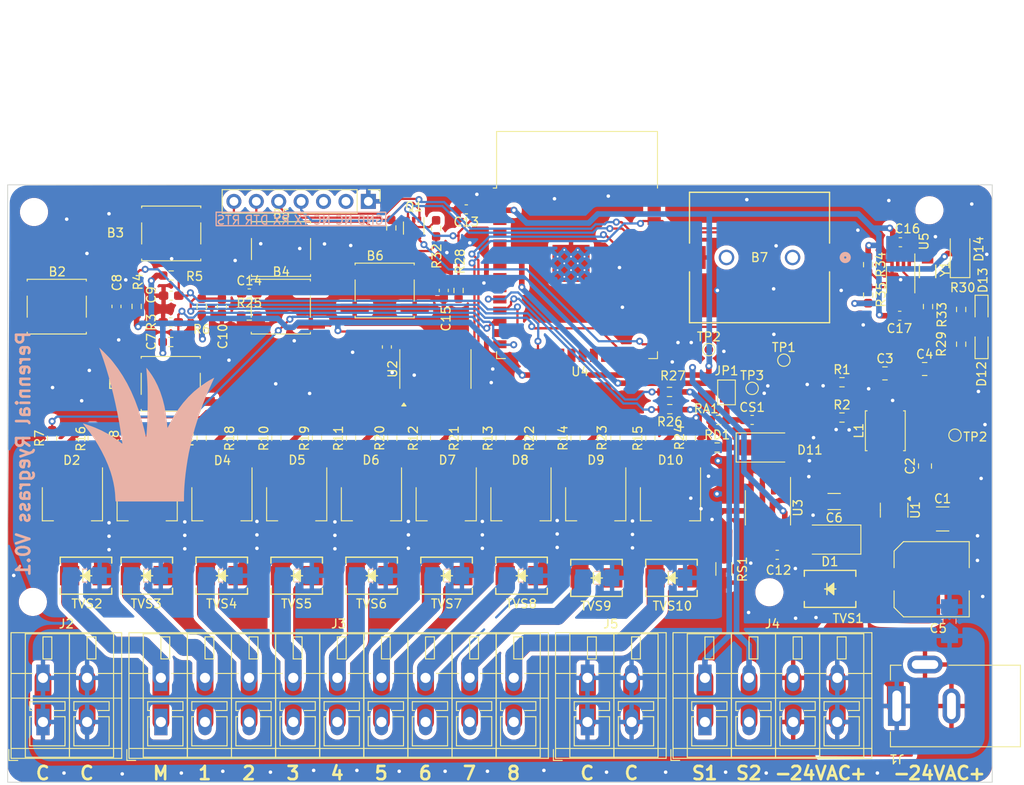
<source format=kicad_pcb>
(kicad_pcb (version 20240108) (generator "pcbnew") (generator_version "8.0")
  (title_block (rev "1"))
  (layers (0 "F.Cu" signal "Front") (31 "B.Cu" signal "Back") (34 "B.Paste" user) (35 "F.Paste" user) (36 "B.SilkS" user "B.Silkscreen") (37 "F.SilkS" user "F.Silkscreen") (38 "B.Mask" user) (39 "F.Mask" user) (44 "Edge.Cuts" user))
  (net 0 "")
  (net 1 "Net-(B7-Pad1)")
  (net 2 "RESET")
  (net 3 "Vrect")
  (net 4 "+3V3")
  (net 5 "DADC")
  (net 6 "Net-(U1-BST)")
  (net 7 "Net-(U1-SW)")
  (net 8 "ACRet")
  (net 9 "Net-(D3-G)")
  (net 10 "Net-(D4-A2)")
  (net 11 "Net-(D4-G)")
  (net 12 "Net-(D5-A2)")
  (net 13 "Net-(D5-G)")
  (net 14 "Net-(D6-A2)")
  (net 15 "Net-(D6-G)")
  (net 16 "Net-(D7-A2)")
  (net 17 "Net-(D7-G)")
  (net 18 "Net-(D8-A2)")
  (net 19 "Net-(D8-G)")
  (net 20 "Net-(D9-A2)")
  (net 21 "Net-(D9-G)")
  (net 22 "Net-(D10-A2)")
  (net 23 "Net-(D10-G)")
  (net 24 "Net-(D11-K)")
  (net 25 "Net-(D12-A)")
  (net 26 "S1")
  (net 27 "S2")
  (net 28 "DTR")
  (net 29 "Net-(Q1A-B1)")
  (net 30 "RTS")
  (net 31 "Net-(Q1B-B2)")
  (net 32 "ESP_0")
  (net 33 "P1")
  (net 34 "P2")
  (net 35 "P3")
  (net 36 "P4")
  (net 37 "P5")
  (net 38 "P6")
  (net 39 "P7")
  (net 40 "ESP_13")
  (net 41 "CH340-TX")
  (net 42 "CH340-RX")
  (net 43 "GND")
  (net 44 "Net-(D2-A2)")
  (net 45 "Net-(D2-G)")
  (net 46 "Net-(D11-A)")
  (net 47 "Net-(D13-A)")
  (net 48 "Net-(D14-K)")
  (net 49 "B3")
  (net 50 "Net-(U1-EN)")
  (net 53 "ESP_22{slash}TP_SCL")
  (net 54 "ESP_21{slash}TP_SDA")
  (net 55 "ESP_36{slash}TP_A4")
  (net 56 "ESP_39{slash}TP_A3")
  (net 57 "ESP_34{slash}TP_A2")
  (net 58 "ESP_35{slash}TP_A5")
  (net 59 "ESP_32{slash}GPIO5")
  (net 60 "ESP_33{slash}GPIO3")
  (net 61 "ESP_25{slash}TP_A1")
  (net 62 "ESP_26{slash}TP_A0")
  (net 63 "ESP_27{slash}GPIO2")
  (net 64 "ESP_14")
  (net 65 "ESP_12")
  (net 72 "ESP_15")
  (net 73 "ESP_2")
  (net 74 "ESP_4")
  (net 75 "ESP_16{slash}TP_RX")
  (net 76 "ESP_17{slash}TP_TX")
  (net 77 "ESP_5")
  (net 78 "ESP_18{slash}TP_SCK")
  (net 79 "ESP_19{slash}TP_POCI")
  (net 81 "ESP_23{slash}TP_PICO")
  (net 86 "/Zones/Zone1")
  (net 87 "COMMON")
  (net 90 "P0")
  (net 94 "Net-(U5-OSCI)")
  (net 95 "Net-(U5-OSCO)")
  (footprint "Capacitor_SMD:C_Elec_8x10.2" (layer "F.Cu") (at 183.8266 106.8324)
    (property "Reference" "C5")
    (property "Value" "100uF")
  )
  (footprint "Resistor_SMD:R_1206_3216Metric_Pad1.30x1.75mm_HandSolder" (layer "F.Cu") (at 160.274 105.664 90)
    (property "Reference" "RS1")
    (property "Value" "0.2")
  )
  (footprint "Resistor_SMD:R_0603_1608Metric_Pad0.98x0.95mm_HandSolder" (layer "F.Cu") (at 183.4134 75.9206 90)
    (property "Reference" "R33")
    (property "Value" "10K")
  )
  (footprint "Resistor_SMD:R_0603_1608Metric_Pad0.98x0.95mm_HandSolder" (layer "F.Cu") (at 114.147003 90.8577 90)
    (property "Reference" "R19")
    (property "Value" "10K")
  )
  (footprint "Package_TO_SOT_SMD:SOT-223" (layer "F.Cu") (at 94.897805 98.2976 -90)
    (property "Reference" "D3")
    (property "Value" "BT1380W")
  )
  (footprint "Resistor_SMD:R_0603_1608Metric_Pad0.98x0.95mm_HandSolder" (layer "F.Cu") (at 176.6245 74.6256 90)
    (property "Reference" "R35")
    (property "Value" "1K")
  )
  (footprint "Fiducial:Fiducial_0.5mm_Mask1.5mm" (layer "F.Cu") (at 189.3208 66.51)
    (property "Reference" "FID2" (hide yes))
    (property "Value" "Fiducial" (hide yes))
  )
  (footprint "TerminalBlock_WAGO:TerminalBlock_WAGO_236-402_1x02_P5.00mm_45Degree" (layer "F.Cu") (at 83.0872 118.0122)
    (property "Reference" "J2")
    (property "Value" "Screw_Terminal_01x02" (hide yes))
  )
  (footprint "Capacitor_SMD:C_0603_1608Metric_Pad1.08x0.95mm_HandSolder" (layer "F.Cu") (at 180.2059 76.9624)
    (property "Reference" "C17")
    (property "Value" "0.1uF")
  )
  (footprint "Capacitor_SMD:C_1210_3225Metric_Pad1.33x2.70mm_HandSolder" (layer "F.Cu") (at 185.0708 100)
    (property "Reference" "C1")
    (property "Value" "10uF")
  )
  (footprint "Diode_SMD:D_SMA" (layer "F.Cu") (at 172.2882 102.3366 180)
    (property "Reference" "D1")
    (property "Value" "M7")
  )
  (footprint "Package_TO_SOT_SMD:SOT-223" (layer "F.Cu") (at 111.847003 98.2976 -90)
    (property "Reference" "D5")
    (property "Value" "BT1380W")
  )
  (footprint "Button_Switch_SMD:SW_SPST_EVQQ2" (layer "F.Cu") (at 97.6244 67.6302 180)
    (property "Reference" "B3")
    (property "Value" "SPST_TACTEVQQ2" (hide yes))
  )
  (footprint "Package_SO:MSOP-8_3x3mm_P0.65mm" (layer "F.Cu") (at 180.3075 72.873 -90)
    (property "Reference" "U5")
    (property "Value" "PCF8563TS")
  )
  (footprint "Package_TO_SOT_SMD:SOT-223" (layer "F.Cu") (at 154.219999 98.2976 -90)
    (property "Reference" "D10")
    (property "Value" "BT1380W")
  )
  (footprint "Inductor_SMD:L_Abracon_ASPI-0425" (layer "F.Cu") (at 178.5708 90 90)
    (property "Reference" "L1")
    (property "Value" "4.7uH")
  )
  (footprint "Capacitor_SMD:C_0603_1608Metric_Pad1.08x0.95mm_HandSolder" (layer "F.Cu") (at 106.4708 74.43)
    (property "Reference" "C14")
    (property "Value" "10uF")
  )
  (footprint "Connector_BarrelJack:BarrelJack_Kycon_KLDX-0202-xC_Horizontal" (layer "F.Cu") (at 179.8708 121.2 180)
    (property "Reference" "J1")
    (property "Value" "PJ-202AH")
  )
  (footprint "MountingHole:MountingHole_2.7mm" (layer "F.Cu") (at 183.5708 65)
    (property "Reference" "H3" (hide yes))
    (property "Value" "MountingHole" (hide yes))
  )
  (footprint "ESC_OSC:XTAL_ECS-31B_ECS" (layer "F.Cu") (at 183.3626 71.9328 90)
    (property "Reference" "Y1")
    (property "Value" "32.768kHz")
  )
  (footprint "MountingHole:MountingHole_2.7mm" (layer "F.Cu") (at 82.0708 65.2)
    (property "Reference" "H2" (hide yes))
    (property "Value" "MountingHole" (hide yes))
  )
  (footprint "Connector_PinHeader_2.54mm:PinHeader_1x07_P2.54mm_Vertical" (layer "F.Cu") (at 119.9708 64 -90)
    (property "Reference" "U$1" (hide yes))
    (property "Value" "GOLDFINGER_2X3" (hide yes))
  )
  (footprint "Capacitor_SMD:C_0603_1608Metric_Pad1.08x0.95mm_HandSolder" (layer "F.Cu") (at 128.5208 74.1 -90)
    (property "Reference" "C15")
    (property "Value" "10uF")
  )
  (footprint "Package_TO_SOT_SMD:SOT-223" (layer "F.Cu") (at 86.423206 98.298 -90)
    (property "Reference" "D2")
    (property "Value" "BT1380W")
  )
  (footprint "Fiducial:Fiducial_0.5mm_Mask1.5mm" (layer "F.Cu") (at 189.4332 110.5408)
    (property "Reference" "FID4" (hide yes))
    (property "Value" "Fiducial" (hide yes))
  )
  (footprint "SMBJ43CA:SMBJSeries_LTF" (layer "F.Cu") (at 94.856114 106.426)
    (property "Reference" "TVS3")
    (property "Value" "SMBJ43CA")
  )
  (footprint "Capacitor_SMD:C_0603_1608Metric_Pad1.08x0.95mm_HandSolder" (layer "F.Cu") (at 131.0708 64.9 180)
    (property "Reference" "C13")
    (property "Value" "0.1uF")
  )
  (footprint "Capacitor_SMD:C_0603_1608Metric_Pad1.08x0.95mm_HandSolder" (layer "F.Cu") (at 97.5684 77.7032 180)
    (property "Reference" "C7")
    (property "Value" "10uF")
  )
  (footprint "SMBJ43CA:SMBJSeries_LTF" (layer "F.Cu") (at 172.3107 107.9246)
    (property "Reference" "TVS1")
    (property "Value" "SMBJ43CA")
  )
  (footprint "Capacitor_SMD:C_1206_3216Metric_Pad1.33x1.80mm_HandSolder" (layer "F.Cu") (at 172.7745 98.0186 180)
    (property "Reference" "C6")
    (property "Value" "0.1uF")
  )
  (footprint "LED_SMD:LED_0603_1608Metric_Pad1.05x0.95mm_HandSolder" (layer "F.Cu") (at 189.4806 76.2958 -90)
    (property "Reference" "D13")
    (property "Value" "LED")
  )
  (footprint "Resistor_SMD:R_0603_1608Metric_Pad0.98x0.95mm_HandSolder" (layer "F.Cu") (at 127.6508 67.0578 90)
    (property "Reference" "R32")
    (property "Value" "10K")
  )
  (footprint "Capacitor_SMD:C_0603_1608Metric_Pad1.08x0.95mm_HandSolder" (layer "F.Cu") (at 180.2821 68.6312)
    (property "Reference" "C16")
    (property "Value" "10uF")
  )
  (footprint "TestPoint:TestPoint_Pad_D1.0mm" (layer "F.Cu") (at 167.0708 82)
    (property "Reference" "TP1")
    (property "Value" "TestPoint")
  )
  (footprint "Resistor_SMD:R_0603_1608Metric_Pad0.98x0.95mm_HandSolder" (layer "F.Cu") (at 109.547003 90.8577 90)
    (property "Reference" "R10")
    (property "Value" "390")
  )
  (footprint "Jumper:SolderJumper-2_P1.3mm_Open_Pad1.0x1.5mm" (layer "F.Cu") (at 160.5708 85.65 -90)
    (property "Reference" "JP1")
    (property "Value" "SolderJumper_2_Open")
  )
  (footprint "Resistor_SMD:R_0603_1608Metric_Pad0.98x0.95mm_HandSolder" (layer "F.Cu") (at 176.6245 71.1712 -90)
    (property "Reference" "R34")
    (property "Value" "1K")
  )
  (footprint "Capacitor_SMD:C_0805_2012Metric_Pad1.18x1.45mm_HandSolder" (layer "F.Cu") (at 183.0333 83)
    (property "Reference" "C4")
    (property "Value" "22uF")
  )
  (footprint "MountingHole:MountingHole_2.7mm" (layer "F.Cu") (at 165.4302 108.3056)
    (property "Reference" "H4" (hide yes))
    (property "Value" "MountingHole" (hide yes))
  )
  (footprint "Resistor_SMD:R_0603_1608Metric_Pad0.98x0.95mm_HandSolder" (layer "F.Cu") (at 93.7044 75.9032 90)
    (property "Reference" "R4")
    (property "Value" "10K" (hide yes))
  )
  (footprint "Resistor_SMD:R_0603_1608Metric_Pad0.98x0.95mm_HandSolder" (layer "F.Cu") (at 92.597805 90.8577 90)
    (property "Reference" "R8")
    (property "Value" "390")
  )
  (footprint "Package_TO_SOT_SMD:SOT-223" (layer "F.Cu") (at 145.745399 98.2976 -90)
    (property "Reference" "D9")
    (property "Value" "BT1380W")
  )
  (footprint "Resistor_SMD:R_0603_1608Metric_Pad0.98x0.95mm_HandSolder" (layer "F.Cu") (at 156.519999 90.8577 90)
    (property "Reference" "R24")
    (property "Value" "10K")
  )
  (footprint "Resistor_SMD:R_0603_1608Metric_Pad0.98x0.95mm_HandSolder" (layer "F.Cu") (at 147.9804 90.8577 90)
    (property "Reference" "R23")
    (property "Value" "10K")
  )
  (footprint "TerminalBlock_WAGO:TerminalBlock_WAGO_236-402_1x02_P5.00mm_45Degree" (layer "F.Cu") (at 144.8092 118.0122)
    (property "Reference" "J5")
    (property "Value" "Screw_Terminal_01x02" (hide yes))
  )
  (footprint "Capacitor_SMD:C_0603_1608Metric_Pad1.08x0.95mm_HandSolder" (layer "F.Cu") (at 103.3684 75.9302 -90)
    (property "Reference" "C10")
    (property "Value" "10uF")
  )
  (footprint "Package_SO:TSSOP-24_4.4x7.8mm_P0.65mm" (layer "F.Cu") (at 127.5708 83 90)
    (property "Reference" "U2")
    (property "Value" "PCA9555PW")
  )
  (footprint "Resistor_SMD:R_0603_1608Metric_Pad0.98x0.95mm_HandSolder" (layer "F.Cu") (at 106.4708 76.94)
    (property "Reference" "R25")
    (property "Value" "10K")
  )
  (footprint "Capacitor_SMD:C_0603_1608Metric_Pad1.08x0.95mm_HandSolder" (layer "F.Cu") (at 91.4184 75.9032 -90)
    (property "Reference" "C8")
    (property "Value" "10uF" (hide yes))
  )
  (footprint "Resistor_SMD:R_0603_1608Metric_Pad0.98x0.95mm_HandSolder" (layer "F.Cu") (at 187.1692 80.1849 90)
    (property "Reference" "R29")
    (property "Value" "10K")
  )
  (footprint "Resistor_SMD:R_0603_1608Metric_Pad0.98x0.95mm_HandSolder" (layer "F.Cu") (at 88.723206 90.8577 90)
    (property "Reference" "R16")
    (property "Value" "10K")
  )
  (footprint "SMBJ43CA:SMBJSeries_LTF" (layer "F.Cu") (at 120.344456 106.426)
    (property "Reference" "TVS6")
    (property "Value" "SMBJ43CA")
  )
  (footprint "Package_TO_SOT_SMD:SOT-223" (layer "F.Cu") (at 120.321602 98.2976 -90)
    (property "Reference" "D6")
    (property "Value" "BT1380W")
  )
  (footprint "Resistor_SMD:R_0603_1608Metric_Pad0.98x0.95mm_HandSolder" (layer "F.Cu") (at 118.0084 90.8577 90)
    (property "Reference" "R11")
    (property "Value" "390")
  )
  (footprint "Capacitor_SMD:C_0603_1608Metric_Pad1.08x0.95mm_HandSolder" (layer "F.Cu") (at 163.4744 88.773)
    (property "Reference" "CS1")
    (property "Value" "10uF")
  )
  (footprint "Resistor_SMD:R_0603_1608Metric_Pad0.98x0.95mm_HandSolder" (layer "F.Cu") (at 154.1083 85.6 180)
    (property "Reference" "R27")
    (property "Value" "10K")
  )
  (footprint "SMBJ43CA:SMBJSeries_LTF" (layer "F.Cu") (at 87.9602 106.426)
    (property "Reference" "TVS2")
    (property "Value" "SMBJ43CA")
  )
  (footprint "Package_TO_SOT_SMD:SOT-223" (layer "F.Cu") (at 137.2708 98.2976 -90)
    (property "Reference" "D8")
    (property "Value" "BT1380W")
  )
  (footprint "Fiducial:Fiducial_0.5mm_Mask1.5mm" (layer "F.Cu") (at 80.3656 128.7272)
    (property "Reference" "FID3" (hide yes))
    (property "Value" "Fiducial" (hide yes))
  )
  (footprint "1056_Battery:1048P_KEY" (layer "F.Cu") (at 164.3126 70.358 180)
    (property "Reference" "B7")
    (property "Value" "1056")
  )
  (footprint "Diode_SMD:D_SMA" (layer "F.Cu") (at 165.1762 91.8972)
    (property "Reference" "D11")
    (property "Value" "M7")
  )
  (footprint "Package_SO:SOIC-8_3.9x4.9mm_P1.27mm" (layer "F.Cu") (at 165.2687 98.7362 -90)
    (property "Reference" "U3")
    (property "Value" "LM358")
  )
  (footprint "Resistor_SMD:R_0603_1608Metric_Pad0.98x0.95mm_HandSolder" (layer "F.Cu") (at 84.123206 90.8577 90)
    (property "Reference" "R7")
    (property "Value" "390")
  )
  (footprint "Package_TO_SOT_SMD:SOT-363_SC-70-6" (layer "F.Cu") (at 125.1108 67.0254 -90)
    (property "Reference" "Q1")
    (property "Value" "MBT2222ADW1T1" (hide yes))
  )
  (footprint "Capacitor_SMD:C_0805_2012Metric_Pad1.18x1.45mm_HandSolder" (layer "F.Cu") (at 183.0708 94 90)
    (property "Reference" "C2")
    (property "Value" "0.1uF")
  )
  (footprint "SMBJ43CA:SMBJSeries_LTF" (layer "F.Cu") (at 128.84057 106.426)
    (property "Reference" "TVS7")
    (property "Value" "SMBJ43CA")
  )
  (footprint "Capacitor_SMD:C_0603_1608Metric_Pad1.08x0.95mm_HandSolder" (layer "F.Cu") (at 122.0708 80.5 -90)
    (property "Reference" "C11" (hide yes))
    (property "Value" "0.1uF")
  )
  (footprint "Resistor_SMD:R_0603_1608Metric_Pad0.98x0.95mm_HandSolder" (layer "F.Cu") (at 97.197805 90.8577 90)
    (property "Reference" "R17")
    (property "Value" "10K")
  )
  (footprint "Button_Switch_SMD:SW_SPST_EVQQ2" (layer "F.Cu") (at 121.8208 74.1)
    (property "Reference" "B6")
    (property "Value" "SPST_TACTEVQQ2" (hide yes))
  )
  (footprint "Resistor_SMD:R_0603_1608Metric_Pad0.98x0.95mm_HandSolder" (layer "F.Cu") (at 126.492 90.8577 90)
    (property "Reference" "R12")
    (property "Value" "390")
  )
  (footprint "TestPoint:TestPoint_Pad_D1.0mm" (layer "F.Cu") (at 186.4708 90.5)
    (property "Reference" "TP2")
    (property "Value" "TestPoint" (hide yes))
  )
  (footprint "TerminalBlock_WAGO:TerminalBlock_WAGO_236-404_1x04_P5.00mm_45Degree" (layer "F.Cu") (at 158.1264 118.0122)
    (property "Reference" "J4")
    (property "Value" "Screw_Terminal_01x03" (hide yes))
  )
  (footprint "Resistor_SMD:R_0603_1608Metric_Pad0.98x0.95mm_HandSolder" (layer "F.Cu") (at 154.143 87.5496 180)
    (property "Reference" "R26")
    (property "Value" "10K")
  )
  (footprint "Button_Switch_SMD:SW_SPST_EVQQ2" (layer "F.Cu") (at 84.6494 75.9302)
    (property "Reference" "B2")
    (property "Value" "SPST_TACTEVQQ2")
  )
  (footprint "SMBJ43CA:SMBJSeries_LTF" (layer "F.Cu") (at 154.328912 106.675675)
    (property "Reference" "TVS10")
    (property "Value" "SMBJ43CA")
  )
  (footprint "Package_TO_SOT_SMD:TSOT-23-6" (layer "F.Cu") (at 179.5708 99 -90)
    (property "Reference" "U1")
    (property "Value" "AP63203WU")
  )
  (footprint "Resistor_SMD:R_0603_1608Metric_Pad0.98x0.95mm_HandSolder" (layer "F.Cu") (at 130.1972 74.1 90)
    (property "Reference" "R28")
    (property "Value" "10K")
  )
  (footprint "Resistor_SMD:R_0603_1608Metric_Pad0.98x0.95mm_HandSolder" (layer "F.Cu") (at 122.5708 67.007 -90)
    (property "Reference" "R31" (hide yes))
    (property "Value" "10K")
  )
  (footprint "Resistor_SMD:R_0603_1608Metric_Pad0.98x0.95mm_HandSolder" (layer "F.Cu") (at 97.5684 79.9384)
    (property "Reference" "R3")
    (property "Value" "10K")
  )
  (footprint "TerminalBlock_WAGO:TerminalBlock_WAGO_236-409_1x09_P5.00mm_45Degree" (layer "F.Cu") (at 96.4552 118.0122)
    (property "Reference" "J3")
    (property "Value" "Screw_Terminal_01x9" (hide yes))
  )
  (footprint "Resistor_SMD:R_0603_1608Metric_Pad0.98x0.95mm_HandSolder" (layer "F.Cu") (at 187.1692 76.2508 -90)
    (property "Reference" "R30")
    (property "Value" "10K")
  )
  (footprint "Diode_SMD:D_MiniMELF" (layer "F.Cu") (at 187.0458 69.9798 90)
    (property "Reference" "D14")
    (property "Value" "LL4148")
  )
  (footprint "LED_SMD:LED_0603_1608Metric_Pad1.05x0.95mm_HandSolder" (layer "F.Cu") (at 189.4806 80.1624 90)
    (property "Reference" "D12")
    (property "Value" "LED")
  )
  (footprint "Resistor_SMD:R_0603_1608Metric_Pad0.98x0.95mm_HandSolder" (layer "F.Cu") (at 105.672404 90.8577 90)
    (property "Reference" "R18")
    (property "Value" "10K")
  )
  (footprint "Button_Switch_SMD:SW_SPST_EVQQ2" (layer "F.Cu") (at 97.5708 84.68)
    (property "Reference" "B1")
    (property "Value" "SPST_TACTEVQQ2")
  )
  (footprint "SMBJ43CA:SMBJSeries_LTF" (layer "F.Cu") (at 145.832798 106.68)
    (property "Reference" "TVS9")
    (property "Value" "SMBJ43CA")
  )
  (footprint "RF_Module:ESP32-WROOM-32" (layer "F.Cu") (at 143.6258 71.935)
    (property "Reference" "U4")
    (property "Value" "ESP32-WROOM-32")
  )
  (footprint "Resistor_SMD:R_0603_1608Metric_Pad0.98x0.95mm_HandSolder" (layer "F.Cu") (at 101.072404 90.8577 90)
    (property "Reference" "R9")
    (property "Value" "390")
  )
  (footprint "Capacitor_SMD:C_0603_1608Metric_Pad1.08x0.95mm_HandSolder" (layer "F.Cu") (at 97.6184 74.6892 180)
    (property "Reference" "C9")
    (property "Value" "10uF")
  )
  (footprint "Resistor_SMD:R_0603_1608Metric_Pad0.98x0.95mm_HandSolder" (layer "F.Cu") (at 97.6184 72.4032)
    (property "Reference" "R5")
    (property "Value" "10K")
  )
  (footprint "Button_Switch_SMD:SW_SPST_EVQQ2" (layer "F.Cu") (at 110.0494 75.9302)
    (property "Reference" "B4")
    (property "Value" "SPST_TACTEVQQ2")
  )
  (footprint "Fiducial:Fiducial_0.5mm_Mask1.5mm" (layer "F.Cu") (at 88.3708 64)
    (property "Reference" "FID1" (hide yes))
    (property "Value" "Fiducial" (hide yes))
  )
  (footprint "TestPoint:TestPoint_Pad_D1.0mm" (layer "F.Cu") (at 158.5708 80.8)
    (property "Reference" "TP2")
    (property "Value" "TestPoint" (hide yes))
  )
  (footprint "Resistor_SMD:R_0603_1608Metric_Pad0.98x0.95mm_HandSolder" (layer "F.Cu") (at 131.1148 90.8577 90)
    (property "Reference" "R21")
    (property "Value" "10K")
  )
  (footprint "Resistor_SMD:R_0603_1608Metric_Pad0.98x0.95mm_HandSolder" (layer "F.Cu") (at 134.9708 90.8577 90)
    (property "Reference" "R13")
    (property "Value" "390")
  )
  (footprint "Resistor_SMD:R_0603_1608Metric_Pad0.98x0.95mm_HandSolder" (layer "F.Cu") (at 159.512 91.8972)
    (property "Reference" "RD1")
    (property "Value" "100K")
  )
  (footprint "Capacitor_SMD:C_0603_1608Metric_Pad1.08x0.95mm_HandSolder" (layer "F.Cu") (at 166.3192 104.0638 180)
    (property "Reference" "C12")
    (property "Value" "0.1uF")
  )
  (footprint "Resistor_SMD:R_0603_1608Metric_Pad0.98x0.95mm_HandSolder" (layer "F.Cu") (at 173.6583 84.5)
    (property "Reference" "R1")
    (property "Value" "100K")
  )
  (footprint "Capacitor_SMD:C_0805_2012Metric_Pad1.18x1.45mm_HandSolder" (layer "F.Cu") (at 178.5333 83.5)
    (property "Reference" "C3")
    (property "Value" "22uF")
  )
  (footprint "Resistor_SMD:R_0603_1608Metric_Pad0.98x0.95mm_HandSolder" (layer "F.Cu") (at 101.0824 75.9302 90)
    (property "Reference" "R6")
    (property "Value" "10K")
  )
  (footprint "SMBJ43CA:SMBJSeries_LTF" (layer "F.Cu") (at 111.848342 106.426)
    (property "Reference" "TVS5")
    (property "Value" "SMBJ43CA")
  )
  (footprint "Resistor_SMD:R_0603_1608Metric_Pad0.98x0.95mm_HandSolder" (layer "F.Cu") (at 139.5476 90.8577 90)
    (property "Reference" "R22")
    (property "Value" "10K")
  )
  (footprint "Resistor_SMD:R_0603_1608Metric_Pad0.98x0.95mm_HandSolder" (layer "F.Cu") (at 122.682 90.8577 90)
    (property "Reference" "R20")
    (property "Value" "10K")
  )
  (footprint "SMBJ43CA:SMBJSeries_LTF" (layer "F.Cu") (at 137.336684 106.426)
    (property "Reference" "TVS8")
    (property "Value" "SMBJ43CA")
  )
  (footprint "Resistor_SMD:R_0603_1608Metric_Pad0.98x0.95mm_HandSolder" (layer "F.Cu") (at 151.9428 90.8577 90)
    (property "Reference" "R15")
    (property "Value" "390")
  )
  (footprint "Button_Switch_SMD:SW_SPST_EVQQ2" (layer "F.Cu") (at 110.0708 69.4)
    (property "Reference" "B5")
    (property "Value" "SPST_TACTEVQQ2")
  )
  (footprint "Resistor_SMD:R_0603_1608Metric_Pad0.98x0.95mm_HandSolder" (layer "F.Cu") (at 159.6824 88.773)
    (property "Reference" "RA1")
    (property "Value" "100")
  )
  (footprint "SMBJ43CA:SMBJSeries_LTF" (layer "F.Cu") (at 103.352228 106.426)
    (property "Reference" "TVS4")
    (property "Value" "SMBJ43CA")
  )
  (footprint "Resistor_SMD:R_0603_1608Metric_Pad0.98x0.95mm_HandSolder" (layer "F.Cu") (at 143.4592 90.8577 90)
    (property "Reference" "R14")
    (property "Value" "390")
  )
  (footprint "Package_TO_SOT_SMD:SOT-223" (layer "F.Cu") (at 128.796201 98.2976 -90)
    (property "Reference" "D7")
    (property "Value" "BT1380W")
  )
  (footprint "MountingHole:MountingHole_2.7mm" (layer "F.Cu") (at 81.9404 109.3978)
    (property "Reference" "H1" (hide yes))
    (property "Value" "MountingHole" (hide yes))
  )
  (footprint "Package_TO_SOT_SMD:SOT-223" (layer "F.Cu") (at 103.372404 98.2976 -90)
    (property "Reference" "D4")
    (property "Value" "BT1380W")
  )
  (footprint "Resistor_SMD:R_0603_1608Metric_Pad0.98x0.95mm_HandSolder" (layer "F.Cu") (at 173.6583 88.5)
    (property "Reference" "R2")
    (property "Value" "100K")
  )
  (footprint "TestPoint:TestPoint_Pad_D1.0mm" (layer "F.Cu") (at 163.4744 85.1916)
    (property "Reference" "TP3")
    (property "Value" "TestPoint")
  )
  (footprint "SparkGap:Sparkgap" (layer "B.Cu") (at 94.765912 106.421675)
    (property "Reference" "SP3" (hide yes))
    (property "Value" "PCB-SGAP")
  )
  (footprint "SparkGap:Sparkgap" (layer "B.Cu") (at 185.8518 111.5822 -90)
    (property "Reference" "SP1" (hide yes))
    (property "Value" "PCB-SGAP")
  )
  (footprint "SparkGap:Sparkgap" (layer "B.Cu") (at 137.285512 106.421675)
    (property "Reference" "SP8" (hide yes))
    (property "Value" "PCB-SGAP")
  )
  (footprint "SparkGap:Sparkgap" (layer "B.Cu") (at 120.267512 106.421675)
    (property "Reference" "SP6" (hide yes))
    (property "Value" "PCB-SGAP")
  )
  (footprint "SparkGap:Sparkgap" (layer "B.Cu") (at 145.921512 106.675675)
    (property "Reference" "SP9" (hide yes))
    (property "Value" "PCB-SGAP")
  )
  (footprint "SparkGap:Sparkgap" (layer "B.Cu") (at 111.885512 106.421675)
    (property "Reference" "SP5" (hide yes))
    (property "Value" "PCB-SGAP")
  )
  (footprint "SparkGap:Sparkgap" (layer "B.Cu") (at 128.903512 106.421675)
    (property "Reference" "SP7" (hide yes))
    (property "Value" "PCB-SGAP")
  )
  (footprint "LawnLog:Lawlog" (layer "B.Cu") (at 95.0708 89.2798 180)
    (property "Reference" "G***" (hide yes))
    (property "Value" "LOGO" (hide yes))
  )
  (footprint "SparkGap:Sparkgap" (layer "B.Cu") (at 154.200424 106.67135)
    (property "Reference" "SP10" (hide yes))
    (property "Value" "PCB-SGAP")
  )
  (footprint "SparkGap:Sparkgap" (layer "B.Cu") (at 103.249512 106.421675)
    (property "Reference" "SP4" (hide yes))
    (property "Value" "PCB-SGAP")
  )
  (footprint "SparkGap:Sparkgap" (layer "B.Cu") (at 87.831712 106.421675)
    (property "Reference" "SP2" (hide yes))
    (property "Value" "PCB-SGAP")
  )
  (gr_line (start 102.7176 66.7137) (end 102.7176 65.2151) (stroke (width 0.15)) (layer "B.SilkS"))
  (gr_line (start 121.9168 65.2268) (end 102.7176 65.2268) (stroke (width 0.15)) (layer "B.SilkS"))
  (gr_line (start 121.9422 65.2776) (end 121.9422 66.7508) (stroke (width 0.15)) (layer "B.SilkS"))
  (gr_line (start 102.7176 66.7508) (end 121.866 66.7508) (stroke (width 0.15)) (layer "B.SilkS"))
  (gr_rect (start 79.0809 62.118) (end 190.6925 129.8448) (stroke (width 0.1)) (fill none) (layer "Edge.Cuts"))
  (gr_text "RX\n" (at 111.17378 66.7 0) (layer "B.SilkS") (effects (font (size 0.992 0.992)) (justify left bottom mirror)))
  (gr_text "Perennial Ryegrass V0.1" (at 81.7372 78.5622 90) (layer "B.SilkS") (effects (font (size 1.5 1.5) (thickness 0.3) (bold yes)) (justify left bottom mirror)))
  (gr_text "DTR" (at 108.773814 66.7 0) (layer "B.SilkS") (effects (font (size 0.992 0.992)) (justify left bottom mirror)))
  (gr_text "GND\n" (at 121.812886 66.7 0) (layer "B.SilkS") (effects (font (size 0.992 0.992)) (justify left bottom mirror)))
  (gr_text "TX" (at 113.337556 66.7 0) (layer "B.SilkS") (effects (font (size 0.992 0.992)) (justify left bottom mirror)))
  (gr_text "NC" (at 115.831998 66.7 0) (layer "B.SilkS") (effects (font (size 0.992 0.992)) (justify left bottom mirror)))
  (gr_text "NC\n" (at 118.32644 66.7 0) (layer "B.SilkS") (effects (font (size 0.992 0.992)) (justify left bottom mirror)))
  (gr_text "RTS" (at 105.5708 66.7 0) (layer "B.SilkS") (effects (font (size 0.992 0.992)) (justify left bottom mirror)))
  (gr_text "+" (at 187.833 129.6924 0) (layer "F.SilkS") (effects (font (size 1.5 1.5) (thickness 0.3) (bold yes)) (justify left bottom)))
  (gr_text "-" (at 165.862 129.6924 0) (layer "F.SilkS") (effects (font (size 1.5 1.5) (thickness 0.3) (bold yes)) (justify left bottom)))
  (gr_text "+" (at 174.3964 129.6924 0) (layer "F.SilkS") (effects (font (size 1.5 1.5) (thickness 0.3) (bold yes)) (justify left bottom)))
  (gr_text "2" (at 105.515915 129.6924 0) (layer "F.SilkS") (effects (font (size 1.5 1.5) (thickness 0.3) (bold yes)) (justify left bottom)))
  (gr_text "C" (at 82.1122 129.6924 0) (layer "F.SilkS") (effects (font (size 1.5 1.5) (thickness 0.3) (bold yes)) (justify left bottom)))
  (gr_text "6" (at 125.515915 129.6924 0) (layer "F.SilkS") (effects (font (size 1.5 1.5) (thickness 0.3) (bold yes)) (justify left bottom)))
  (gr_text "M" (at 95.373057 129.6924 0) (layer "F.SilkS") (effects (font (size 1.5 1.5) (thickness 0.3) (bold yes)) (justify left bottom)))
  (gr_text "8" (at 135.515915 129.6924 0) (layer "F.SilkS") (effects (font (size 1.5 1.5) (thickness 0.3) (bold yes)) (justify left bottom)))
  (gr_text "S2" (at 161.472829 129.6924 0) (layer "F.SilkS") (effects (font (size 1.5 1.5) (thickness 0.3) (bold yes)) (justify left bottom)))
  (gr_text "3" (at 110.515915 129.6924 0) (layer "F.SilkS") (effects (font (size 1.5 1.5) (thickness 0.3) (bold yes)) (justify left bottom)))
  (gr_text "4" (at 115.515915 129.6924 0) (layer "F.SilkS") (effects (font (size 1.5 1.5) (thickness 0.3) (bold yes)) (justify left bottom)))
  (gr_text "S1" (at 156.472829 129.6924 0) (layer "F.SilkS") (effects (font (size 1.5 1.5) (thickness 0.3) (bold yes)) (justify left bottom)))
  (gr_text "5" (at 120.515915 129.6924 0) (layer "F.SilkS") (effects (font (size 1.5 1.5) (thickness 0.3) (bold yes)) (justify left bottom)))
  (gr_text "24VAC" (at 181.0004 129.6924 0) (layer "F.SilkS") (effects (font (size 1.5 1.5) (thickness 0.3) (bold yes)) (justify left bottom)))
  (gr_text "C" (at 148.8342 129.6924 0) (layer "F.SilkS") (effects (font (size 1.5 1.5) (thickness 0.3) (bold yes)) (justify left bottom)))
  (gr_text "C" (at 143.8342 129.6924 0) (layer "F.SilkS") (effects (font (size 1.5 1.5) (thickness 0.3) (bold yes)) (justify left bottom)))
  (gr_text "7" (at 130.515915 129.6924 0) (layer "F.SilkS") (effects (font (size 1.5 1.5) (thickness 0.3) (bold yes)) (justify left bottom)))
  (gr_text "1" (at 100.515915 129.6924 0) (layer "F.SilkS") (effects (font (size 1.5 1.5) (thickness 0.3) (bold yes)) (justify left bottom)))
  (gr_text "24VAC" (at 167.5638 129.6924 0) (layer "F.SilkS") (effects (font (size 1.5 1.5) (thickness 0.3) (bold yes)) (justify left bottom)))
  (gr_text "-" (at 179.2986 129.6924 0) (layer "F.SilkS") (effects (font (size 1.5 1.5) (thickness 0.3) (bold yes)) (justify left bottom)))
  (gr_text "C" (at 87.1122 129.6924 0) (layer "F.SilkS") (effects (font (size 1.5 1.5) (thickness 0.3) (bold yes)) (justify left bottom)))
  (segment (start 175.3954 79.3834) (end 172.212 76.2) (width 0.25) (layer "F.Cu") (net 1))
  (segment (start 182.5922 79.3834) (end 175.3954 79.3834) (width 0.25) (layer "F.Cu") (net 1))
  (segment (start 172.212 76.2) (end 172.212 70.358) (width 0.25) (layer "F.Cu") (net 1))
  (segment (start 183.4134 78.5622) (end 182.5922 79.3834) (width 0.25) (layer "F.Cu") (net 1))
  (segment (start 183.4134 76.8331) (end 183.4134 78.5622) (width 0.25) (layer "F.Cu") (net 1))
  (segment (start 126.7208 72.1) (end 127.8583 73.2375) (width 0.254) (layer "F.Cu") (net 2))
  (segment (start 127.8583 73.2375) (end 128.5208 73.2375) (width 0.254) (layer "F.Cu") (net 2))
  (segment (start 130.1972 67.5394) (end 130.1972 67.9) (width 0.254) (layer "F.Cu") (net 2))
  (segment (start 130.1972 67.5394) (end 131.5116 66.225) (width 0.254) (layer "F.Cu") (net 2))
  (segment (start 130.1472 73.2375) (end 130.1972 73.1875) (width 0.254) (layer "F.Cu") (net 2))
  (segment (start 124.4608 64.9298) (end 124.4308 64.8998) (width 0.254) (layer "F.Cu") (net 2))
  (segment (start 130.1972 67.9) (end 129.5708 67.9) (width 0.254) (layer "F.Cu") (net 2))
  (segment (start 124.4608 66.0754) (end 124.4608 64.9298) (width 0.254) (layer "F.Cu") (net 2))
  (segment (start 125.2208 72.1) (end 126.7208 72.1) (width 0.254) (layer "F.Cu") (net 2))
  (segment (start 134.8758 66.225) (end 131.5116 66.225) (width 0.254) (layer "F.Cu") (net 2))
  (segment (start 118.4208 72.1) (end 125.2208 72.1) (width 0.254) (layer "F.Cu") (net 2))
  (segment (start 130.1972 67.9) (end 130.1972 73.1875) (width 0.254) (layer "F.Cu") (net 2))
  (segment (start 128.5208 73.2375) (end 130.1472 73.2375) (width 0.254) (layer "F.Cu") (net 2))
  (via (at 129.5708 67.9) (size 0.8) (drill 0.4) (layers "F.Cu" "B.Cu") (net 2))
  (via (at 124.4308 64.8998) (size 0.8) (drill 0.4) (layers "F.Cu" "B.Cu") (net 2))
  (segment (start 129.5708 67.9) (end 127.431 67.9) (width 0.254) (layer "B.Cu") (net 2))
  (segment (start 124.4308 64.8998) (end 127.431 67.9) (width 0.254) (layer "B.Cu") (net 2))
  (segment (start 158.5708 82.65) (end 158.5708 83.637307) (width 0.635) (layer "F.Cu") (net 4))
  (segment (start 134.8758 64.955) (end 131.9883 64.955) (width 0.635) (layer "F.Cu") (net 4))
  (segment (start 137.435015 83.687307) (end 137.419061 83.703261) (width 0.635) (layer "F.Cu") (net 4))
  (segment (start 93.7044 76.8157) (end 93.7044 78.0336) (width 0.635) (layer "F.Cu") (net 4))
  (segment (start 122.0708 79) (end 121.8208 78.75) (width 0.25) (layer "F.Cu") (net 4))
  (segment (start 95.9676 72.4032) (end 96.7059 72.4032) (width 0.635) (layer "F.Cu") (net 4))
  (segment (start 122.0708 79.6375) (end 122.0708 79) (width 0.25) (layer "F.Cu") (net 4))
  (segment (start 167.1737 104.0558) (end 167.1817 104.0638) (width 0.635) (layer "F.Cu") (net 4))
  (segment (start 186.1566 69.9008) (end 187.0458 69.0116) (width 0.635) (layer "F.Cu") (net 4))
  (segment (start 134.9208 65) (end 134.8758 64.955) (width 0.635) (layer "F.Cu") (net 4))
  (segment (start 116.5352 78.6644) (end 116.5208 78.65) (width 0.635) (layer "F.Cu") (net 4))
  (segment (start 131.9883 64.955) (end 131.9333 64.9) (width 0.635) (layer "F.Cu") (net 4))
  (segment (start 167.1737 99.2827) (end 166.9708 99.0798) (width 0.635) (layer "F.Cu") (net 4))
  (segment (start 116.6208 78.75) (end 116.5208 78.65) (width 0.25) (layer "F.Cu") (net 4))
  (segment (start 156.7208 83.687307) (end 156.7208 82.8322) (width 0.635) (layer "F.Cu") (net 4))
  (segment (start 101.0824 79.5116) (end 101.0824 76.8427) (width 0.635) (layer "F.Cu") (net 4))
  (segment (start 176.6245 69.0697) (end 176.7078 68.9864) (width 0.635) (layer "F.Cu") (net 4))
  (segment (start 187.0458 69.0116) (end 187.0458 68.2298) (width 0.635) (layer "F.Cu") (net 4))
  (segment (start 125.9458 79.125) (end 125.9458 80.1375) (width 0.25) (layer "F.Cu") (net 4))
  (segment (start 136.4708 65) (end 134.9208 65) (width 0.635) (layer "F.Cu") (net 4))
  (segment (start 137.435015 83.687307) (end 156.7208 83.687307) (width 0.635) (layer "F.Cu") (net 4))
  (segment (start 123.9958 78.763254) (end 124.009054 78.75) (width 0.25) (layer "F.Cu") (net 4))
  (segment (start 121.8208 78.75) (end 124.009054 78.75) (width 0.25) (layer "F.Cu") (net 4))
  (segment (start 167.1737 101.2112) (end 167.1737 99.2827) (width 0.635) (layer "F.Cu") (net 4))
  (segment (start 167.1737 101.2112) (end 167.1737 104.0558) (width 0.635) (layer "F.Cu") (net 4))
  (segment (start 185.6232 69.9008) (end 186.1566 69.9008) (width 0.635) (layer "F.Cu") (net 4))
  (segment (start 178.0036 76.9624) (end 177.9016 76.8604) (width 0.635) (layer "F.Cu") (net 4))
  (segment (start 176.6245 75.5381) (end 175.1345 75.5381) (width 0.635) (layer "F.Cu") (net 4))
  (segment (start 93.7044 78.0336) (end 93.8708 78.2) (width 0.635) (layer "F.Cu") (net 4))
  (segment (start 96.6559 79.9384) (end 96.6559 81.1851) (width 0.635) (layer "F.Cu") (net 4))
  (segment (start 123.9958 80.1375) (end 123.9958 78.763254) (width 0.25) (layer "F.Cu") (net 4))
  (segment (start 185.2676 70.2564) (end 185.6232 69.9008) (width 0.635) (layer "F.Cu") (net 4))
  (segment (start 179.4196 68.6312) (end 179.4196 67.3802) (width 0.635) (layer "F.Cu") (net 4))
  (segment (start 179.4196 67.3802) (end 179.07 67.0306) (width 0.635) (layer "F.Cu") (net 4))
  (segment (start 175.1345 75.5381) (end 175.1076 75.565) (width 0.635) (layer "F.Cu") (net 4))
  (segment (start 121.8208 78.75) (end 116.6208 78.75) (width 0.25) (layer "F.Cu") (net 4))
  (segment (start 158.5708 83.637307) (end 158.5208 83.687307) (width 0.635) (layer "F.Cu") (net 4))
  (segment (start 179.3434 76.9624) (end 178.0036 76.9624) (width 0.635) (layer "F.Cu") (net 4))
  (segment (start 124.009054 78.75) (end 125.5708 78.75) (width 0.25) (layer "F.Cu") (net 4))
  (segment (start 101.1708 79.6) (end 101.0824 79.5116) (width 0.635) (layer "F.Cu") (net 4))
  (segment (start 130.2708 75.0861) (end 130.1972 75.0125) (width 0.635) (layer "F.Cu") (net 4))
  (segment (start 156.8708 83.687307) (end 158.5208 83.687307) (width 0.635) (layer "F.Cu") (net 4))
  (segment (start 176.6245 70.2587) (end 176.6245 69.0697) (width 0.635) (layer "F.Cu") (net 4))
  (segment (start 96.6559 81.1851) (end 96.6708 81.2) (width 0.635) (layer "F.Cu") (net 4))
  (segment (start 95.3708 73) (end 95.9676 72.4032) (width 0.635) (layer "F.Cu") (net 4))
  (segment (start 125.5708 78.75) (end 125.9458 79.125) (width 0.25) (layer "F.Cu") (net 4))
  (segment (start 156.7208 82.8322) (end 156.718 82.8294) (width 0.635) (layer "F.Cu") (net 4))
  (via (at 101.1708 79.6) (size 0.8) (drill 0.4) (layers "F.Cu" "B.Cu") (net 4))
  (via (at 158.5708 82.65) (size 0.8) (drill 0.4) (layers "F.Cu" "B.Cu") (net 4))
  (via (at 179.07 67.0306) (size 0.8) (drill 0.4) (layers "F.Cu" "B.Cu") (net 4))
  (via (at 177.9016 76.8604) (size 0.8) (drill 0.4) (layers "F.Cu" "B.Cu") (net 4))
  (via (at 176.7078 68.9864) (size 0.8) (drill 0.4) (layers "F.Cu" "B.Cu") (net 4))
  (via (at 116.5208 78.65) (size 0.8) (drill 0.4) (layers "F.Cu" "B.Cu") (net 4))
  (via (at 93.8708 78.2) (size 0.8) (drill 0.4) (layers "F.Cu" "B.Cu") (net 4))
  (via (at 96.6708 81.2) (size 0.8) (drill 0.4) (layers "F.Cu" "B.Cu") (net 4))
  (via (at 166.9708 99.0798) (size 0.8) (drill 0.4) (layers "F.Cu" "B.Cu") (net 4))
  (via (at 95.3708 73) (size 0.8) (drill 0.4) (layers "F.Cu" "B.Cu") (net 4))
  (via (at 137.419061 83.703261) (size 0.8) (drill 0.4) (layers "F.Cu" "B.Cu") (net 4))
  (via (at 175.1076 75.565) (size 0.8) (drill 0.4) (layers "F.Cu" "B.Cu") (net 4))
  (via (at 156.718 82.8294) (size 0.8) (drill 0.4) (layers "F.Cu" "B.Cu") (net 4))
  (via (at 136.4708 65) (size 0.8) (drill 0.4) (layers "F.Cu" "B.Cu") (net 4))
  (via (at 185.2676 70.2564) (size 0.8) (drill 0.4) (layers "F.Cu" "B.Cu") (net 4))
  (segment (start 158.6199 82.6009) (end 158.6199 65.579486) (width 0.635) (layer "B.Cu") (net 4))
  (segment (start 138.1708 66.4475) (end 137.9183 66.4475) (width 0.635) (layer "B.Cu") (net 4))
  (segment (start 144.961787 66.4475) (end 138.1708 66.4475) (width 0.635) (layer "B.Cu") (net 4))
  (segment (start 145.980701 65.428586) (end 145.083748 66.325539) (width 0.635) (layer "B.Cu") (net 4))
  (segment (start 158.6199 65.579486) (end 158.7708 65.428586) (width 0.635) (layer "B.Cu") (net 4))
  (segment (start 137.419061 83.703261) (end 131.4458 77.73) (width 0.635) (layer "B.Cu") (net 4))
  (segment (start 177.8254 75.565) (end 177.8508 75.5904) (width 0.635) (layer "B.Cu") (net 4))
  (segment (start 158.6199 82.6009) (end 158.5708 82.65) (width 0.635) (layer "B.Cu") (net 4))
  (segment (start 145.083748 66.325539) (end 144.961787 66.4475) (width 0.635) (layer "B.Cu") (net 4))
  (segment (start 96.6708 81.2) (end 96.6708 77.8215) (width 0.635) (layer "B.Cu") (net 4))
  (segment (start 116.5108 77.73) (end 116.5108 78.64) (width 0.635) (layer "B.Cu") (net 4))
  (segment (start 116.5108 78.64) (end 116.5208 78.65) (width 0.635) (layer "B.Cu") (net 4))
  (segment (start 176.986129 66.904671) (end 177.570329 67.488871) (width 0.635) (layer "B.Cu") (net 4))
  (segment (start 166.9708 99.0798) (end 162.547366 94.656366) (width 0.635) (layer "B.Cu") (net 4))
  (segment (start 110.690759 78.2755) (end 109.691259 77.276) (width 0.635) (layer "B.Cu") (net 4))
  (segment (start 101.1253 79.5545) (end 101.1253 77.8215) (width 0.635) (layer "B.Cu") (net 4))
  (segment (start 176.7078 68.9864) (end 177.8254 68.9864) (width 0.635) (layer "B.Cu") (net 4))
  (segment (start 175.1076 75.565) (end 177.8254 75.565) (width 0.635) (layer "B.Cu") (net 4))
  (segment (start 158.7708 65.428586) (end 145.980701 65.428586) (width 0.635) (layer "B.Cu") (net 4))
  (segment (start 177.8254 68.9864) (end 177.8508 68.961) (width 0.635) (layer "B.Cu") (net 4))
  (segment (start 177.8508 71.6534) (end 177.8508 75.5904) (width 0.635) (layer "B.Cu") (net 4))
  (segment (start 95.3708 77.8215) (end 94.2493 77.8215) (width 0.635) (layer "B.Cu") (net 4))
  (segment (start 177.8508 75.5904) (end 177.8508 76.8096) (width 0.635) (layer "B.Cu") (net 4))
  (segment (start 117.8708 77.73) (end 117.3708 77.73) (width 0.635) (layer "B.Cu") (net 4))
  (segment (start 162.547366 90.29709) (end 156.718 84.467724) (width 0.635) (layer "B.Cu") (net 4))
  (segment (start 96.6708 77.8215) (end 95.3708 77.8215) (width 0.635) (layer "B.Cu") (net 4))
  (segment (start 162.547366 94.656366) (end 162.547366 90.29709) (width 0.635) (layer "B.Cu") (net 4))
  (segment (start 130.2708 77.73) (end 117.8708 77.73) (width 0.635) (layer "B.Cu") (net 4))
  (segment (start 101.6708 77.276) (end 101.1253 77.8215) (width 0.635) (layer "B.Cu") (net 4))
  (segment (start 131.4458 77.73) (end 130.2708 77.73) (width 0.635) (layer "B.Cu") (net 4))
  (segment (start 117.8708 77.73) (end 111.996341 77.73) (width 0.635) (layer "B.Cu") (net 4))
  (segment (start 175.510044 65.428586) (end 177.8508 67.769342) (width 0.635) (layer "B.Cu") (net 4))
  (segment (start 177.8508 76.8096) (end 177.9016 76.8604) (width 0.635) (layer "B.Cu") (net 4))
  (segment (start 101.1708 79.6) (end 101.1253 79.5545) (width 0.635) (layer "B.Cu") (net 4))
  (segment (start 111.996341 77.73) (end 111.450841 78.2755) (width 0.635) (layer "B.Cu") (net 4))
  (segment (start 109.691259 77.276) (end 101.6708 77.276) (width 0.635) (layer "B.Cu") (net 4))
  (segment (start 96.6708 77.8215) (end 101.1253 77.8215) (width 0.635) (layer "B.Cu") (net 4))
  (segment (start 179.07 67.0306) (end 177.112058 67.0306) (width 0.635) (layer "B.Cu") (net 4))
  (segment (start 177.8508 68.961) (end 177.8508 71.6534) (width 0.635) (layer "B.Cu") (net 4))
  (segment (start 177.8508 71.6534) (end 183.8706 71.6534) (width 0.635) (layer "B.Cu") (net 4))
  (segment (start 177.112058 67.0306) (end 176.986129 66.904671) (width 0.635) (layer "B.Cu") (net 4))
  (segment (start 94.2493 77.8215) (end 93.8708 78.2) (width 0.635) (layer "B.Cu") (net 4))
  (segment (start 156.718 84.467724) (end 156.718 82.8294) (width 0.635) (layer "B.Cu") (net 4))
  (segment (start 137.9183 66.4475) (end 136.4708 65) (width 0.635) (layer "B.Cu") (net 4))
  (segment (start 183.8706 71.6534) (end 185.2676 70.2564) (width 0.635) (layer "B.Cu") (net 4))
  (segment (start 111.450841 78.2755) (end 110.690759 78.2755) (width 0.635) (layer "B.Cu") (net 4))
  (segment (start 117.3708 77.73) (end 112.166341 77.73) (width 0.635) (layer "B.Cu") (net 4))
  (segment (start 177.8508 67.769342) (end 177.8508 68.961) (width 0.635) (layer "B.Cu") (net 4))
  (segment (start 95.3708 77.8215) (end 95.3708 73) (width 0.635) (layer "B.Cu") (net 4))
  (segment (start 175.510044 65.428586) (end 158.7708 65.428586) (width 0.635) (layer "B.Cu") (net 4))
  (segment (start 160.5949 88.773) (end 162.4369 88.773) (width 0.635) (layer "F.Cu") (net 5))
  (segment (start 162.4369 87.8547) (end 163.4744 86.8172) (width 0.635) (layer "F.Cu") (net 5))
  (segment (start 160.5949 86.3241) (end 160.5708 86.3) (width 0.635) (layer "F.Cu") (net 5))
  (segment (start 160.5949 88.773) (end 160.5949 86.3241) (width 0.635) (layer "F.Cu") (net 5))
  (segment (start 162.4369 88.773) (end 162.4369 87.8547) (width 0.635) (layer "F.Cu") (net 5))
  (segment (start 163.4744 86.8172) (end 163.4744 85.1916) (width 0.635) (layer "F.Cu") (net 5))
  (segment (start 105.672404 97.544404) (end 105.672404 95.1476) (width 1.905) (layer "F.Cu") (net 8))
  (segment (start 107.2896 99.1616) (end 105.672404 97.544404) (width 1.905) (layer "F.Cu") (net 8))
  (segment (start 164.6337 96.2612) (end 164.6337 96.9355) (width 0.635) (layer "F.Cu") (net 8))
  (segment (start 156.183112 106.675675) (end 157.272499 105.586288) (width 1.905) (layer "F.Cu") (net 8))
  (segment (start 113.702542 106.426) (end 116.1796 103.948942) (width 1.905) (layer "F.Cu") (net 8))
  (segment (start 105.672404 91.7702) (end 105.672404 95.1476) (width 0.635) (layer "F.Cu") (net 8))
  (segment (start 105.206428 106.426) (end 107.2896 104.342828) (width 1.905) (layer "F.Cu") (net 8))
  (segment (start 141.3764 104.240484) (end 141.3764 98.552) (width 1.905) (layer "F.Cu") (net 8))
  (segment (start 122.682 91.7702) (end 122.682 95.087202) (width 0.635) (layer "F.Cu") (net 8))
  (segment (start 139.5476 95.1244) (end 139.5708 95.1476) (width 0.635) (layer "F.Cu") (net 8))
  (segment (start 114.147003 97.332203) (end 114.147003 95.1476) (width 1.905) (layer "F.Cu") (net 8))
  (segment (start 139.5476 91.7702) (end 139.5476 95.1244) (width 0.635) (layer "F.Cu") (net 8))
  (segment (start 156.525999 95.1536) (end 158.5308 95.1536) (width 1.905) (layer "F.Cu") (net 8))
  (segment (start 124.5108 104.113856) (end 124.5108 99.4156) (width 1.905) (layer "F.Cu") (net 8))
  (segment (start 96.710314 106.426) (end 99.1108 104.025514) (width 1.905) (layer "F.Cu") (net 8))
  (segment (start 149.9108 104.456198) (end 149.9108 100.6348) (width 1.905) (layer "F.Cu") (net 8))
  (segment (start 89.8144 104.8258) (end 90.5256 104.1146) (width 1.905) (layer "F.Cu") (net 8))
  (segment (start 122.682 95.087202) (end 122.621602 95.1476) (width 0.635) (layer "F.Cu") (net 8))
  (segment (start 116.1796 103.948942) (end 116.1796 99.3648) (width 1.905) (layer "F.Cu") (net 8))
  (segment (start 132.8928 97.9424) (end 131.096201 96.145801) (width 1.905) (layer "F.Cu") (net 8))
  (segment (start 156.519999 95.1476) (end 156.525999 95.1536) (width 1.905) (layer "F.Cu") (net 8))
  (segment (start 130.69477 106.426) (end 132.8928 104.22797) (width 1.905) (layer "F.Cu") (net 8))
  (segment (start 149.9108 98.9076) (end 148.045399 97.042199) (width 1.905) (layer "F.Cu") (net 8))
  (segment (start 157.4808 98.6036) (end 156.519999 97.642799) (width 1.905) (layer "F.Cu") (net 8))
  (segment (start 148.045399 97.042199) (end 148.045399 95.1476) (width 1.905) (layer "F.Cu") (net 8))
  (segment (start 147.9804 95.082601) (end 148.045399 95.1476) (width 0.635) (layer "F.Cu") (net 8))
  (segment (start 159.0548 100.1776) (end 160.274 101.3968) (width 1.905) (layer "F.Cu") (net 8))
  (segment (start 122.198656 106.426) (end 124.5108 104.113856) (width 1.905) (layer "F.Cu") (net 8))
  (segment (start 141.3764 98.552) (end 139.5708 96.7464) (width 1.905) (layer "F.Cu") (net 8))
  (segment (start 163.957 99.0854) (end 160.147 99.0854) (width 0.635) (layer "F.Cu") (net 8))
  (segment (start 160.147 99.0854) (end 159.0548 100.1776) (width 0.635) (layer "F.Cu") (net 8))
  (segment (start 132.8928 104.22797) (end 132.8928 97.9424) (width 1.905) (layer "F.Cu") (net 8))
  (segment (start 131.1148 91.7702) (end 131.1148 95.129001) (width 0.635) (layer "F.Cu") (net 8))
  (segment (start 147.686998 106.68) (end 149.9108 104.456198) (width 1.905) (layer "F.Cu") (net 8))
  (segment (start 164.6337 96.9355) (end 164.6428 96.9446) (width 0.635) (layer "F.Cu") (net 8))
  (segment (start 157.272499 98.395299) (end 156.519999 97.642799) (width 1.905) (layer "F.Cu") (net 8))
  (segment (start 116.1796 99.3648) (end 114.147003 97.332203) (width 1.905) (layer "F.Cu") (net 8))
  (segment (start 131.096201 96.145801) (end 131.096201 95.1476) (width 1.905) (layer "F.Cu") (net 8))
  (segment (start 88.723206 97.206806) (end 88.723206 95.148) (width 1.905) (layer "F.Cu") (net 8))
  (segment (start 107.2896 104.342828) (end 107.2896 99.1616) (width 1.905) (layer "F.Cu") (net 8))
  (segment (start 131.1148 95.129001) (end 131.096201 95.1476) (width 0.635) (layer "F.Cu") (net 8))
  (segment (start 99.1108 104.025514) (end 99.1108 99.0092) (width 1.905) (layer "F.Cu") (net 8))
  (segment (start 160.274 101.3968) (end 160.274 104.114) (width 1.905) (layer "F.Cu") (net 8))
  (segment (start 139.190884 106.426) (end 141.3764 104.240484) (width 1.905) (layer "F.Cu") (net 8))
  (segment (start 89.8144 106.426) (end 89.8144 104.8258) (width 1.905) (layer "F.Cu") (net 8))
  (segment (start 97.197805 91.7702) (end 97.197805 95.1476) (width 0.635) (layer "F.Cu") (net 8))
  (segment (start 97.197805 97.096205) (end 97.197805 95.1476) (width 1.905) (layer "F.Cu") (net 8))
  (segment (start 164.6428 96.9446) (end 164.6428 98.3996) (width 0.635) (layer "F.Cu") (net 8))
  (segment (start 159.0548 100.1776) (end 156.519999 97.642799) (width 1.905) (layer "F.Cu") (net 8))
  (segment (start 88.723206 91.7702) (end 88.723206 95.148) (width 0.635) (layer "F.Cu") (net 8))
  (segment (start 114.147003 91.7702) (end 114.147003 95.1476) (width 0.635) (layer "F.Cu") (net 8))
  (segment (start 90.5256 104.1146) (end 90.5256 99.0092) (width 1.905) (layer "F.Cu") (net 8))
  (segment (start 149.9108 100.6348) (end 149.9108 98.9076) (width 1.905) (layer "F.Cu") (net 8))
  (segment (start 90.5256 99.0092) (end 88.723206 97.206806) (width 1.905) (layer "F.Cu") (net 8))
  (segment (start 122.621602 97.526402) (end 122.621602 95.1476) (width 1.905) (layer "F.Cu") (net 8))
  (segment (start 157.272499 105.586288) (end 157.272499 98.395299) (width 1.905) (layer "F.Cu") (net 8))
  (segment (start 139.5708 96.7464) (end 139.5708 95.1476) (width 1.905) (layer "F.Cu") (net 8))
  (segment (start 159.0548 100.1776) (end 157.4808 98.6036) (width 1.905) (layer "F.Cu") (net 8))
  (segment (start 99.1108 99.0092) (end 97.197805 97.096205) (width 1.905) (layer "F.Cu") (net 8))
  (segment (start 156.519999 91.7702) (end 156.519999 95.1476) (width 0.635) (layer "F.Cu") (net 8))
  (segment (start 156.519999 97.642799) (end 156.519999 95.1476) (width 1.905) (layer "F.Cu") (net 8))
  (segment (start 147.9804 91.7702) (end 147.9804 95.082601) (width 0.635) (layer "F.Cu") (net 8))
  (segment (start 157.7308 98.8536) (end 157.4808 98.6036) (width 0.635) (layer "F.Cu") (net 8))
  (segment (start 164.6428 98.3996) (end 163.957 99.0854) (width 0.635) (layer "F.Cu") (net 8))
  (segment (start 124.5108 99.4156) (end 122.621602 97.526402) (width 1.905) (layer "F.Cu") (net 8))
  (via (at 124.5108 103.3272) (size 0.889) (drill 0.4) (layers "F.Cu" "B.Cu") (net 8))
  (via (at 158.5308 95.1536) (size 0.889) (drill 0.4) (layers "F.Cu" "B.Cu") (net 8))
  (via (at 99.1616 100.33) (size 0.889) (drill 0.4) (layers "F.Cu" "B.Cu") (net 8))
  (via (at 116.1796 101.854) (size 0.889) (drill 0.4) (layers "F.Cu" "B.Cu") (net 8))
  (via (at 124.5108 101.8032) (size 0.889) (drill 0.4) (layers "F.Cu" "B.Cu") (net 8))
  (via (at 107.3404 101.8032) (size 0.889) (drill 0.4) (layers "F.Cu" "B.Cu") (net 8))
  (via (at 158.9308 100.0536) (size 0.889) (drill 0.4) (layers "F.Cu" "B.Cu") (net 8))
  (via (at 124.5108 100.2792) (size 0.889) (drill 0.4) (layers "F.Cu" "B.Cu") (net 8))
  (via (at 90.5764 103.4796) (size 0.889) (drill 0.4) (layers "F.Cu" "B.Cu") (net 8))
  (via (at 149.9108 100.2284) (size 0.889) (drill 0.4) (layers "F.Cu" "B.Cu") (net 8))
  (via (at 141.3764 103.2256) (size 0.889) (drill 0.4) (layers "F.Cu" "B.Cu") (net 8))
  (via (at 107.3404 103.3272) (size 0.889) (drill 0.4) (layers "F.Cu" "B.Cu") (net 8))
  (via (at 132.8928 100.2792) (size 0.889) (drill 0.4) (layers "F.Cu" "B.Cu") (net 8))
  (via (at 99.1616 101.854) (size 0.889) (drill 0.4) (layers "F.Cu" "B.Cu") (net 8))
  (via (at 132.8928 103.3272) (size 0.889) (drill 0.4) (layers "F.Cu" "B.Cu") (net 8))
  (via (at 141.3764 101.7016) (size 0.889) (drill 0.4) (layers "F.Cu" "B.Cu") (net 8))
  (via (at 157.681702 98.838896) (size 0.889) (drill 0.4) (layers "F.Cu" "B.Cu") (net 8))
  (via (at 99.1616 103.378) (size 0.889) (drill 0.4) (layers "F.Cu" "B.Cu") (net 8))
  (via (at 90.5764 101.9556) (size 0.889) (drill 0.4) (layers "F.Cu" "B.Cu") (net 8))
  (via (at 116.1796 103.378) (size 0.889) (drill 0.4) (layers "F.Cu" "B.Cu") (net 8))
  (via (at 116.1796 100.33) (size 0.889) (drill 0.4) (layers "F.Cu" "B.Cu") (net 8))
  (via (at 149.9108 101.7524) (size 0.889) (drill 0.4) (layers "F.Cu" "B.Cu") (net 8))
  (via (at 132.8928 101.8032) (size 0.889) (drill 0.4) (layers "F.Cu" "B.Cu") (net 8))
  (via (at 90.5764 100.4316) (size 0.889) (drill 0.4) (layers "F.Cu" "B.Cu") (net 8))
  (via (at 141.3764 100.1776) (size 0.889) (drill 0.4) (layers "F.Cu" "B.Cu") (net 8))
  (via (at 156.519999 97.642799) (size 0.889) (drill 0.4) (layers "F.Cu" "B.Cu") (net 8))
  (via (at 107.3404 100.2792) (size 0.889) (drill 0.4) (layers "F.Cu" "B.Cu") (net 8))
  (via (at 149.9108 103.2764) (size 0.889) (drill 0.4) (layers "F.Cu" "B.Cu") (net 8))
  (segment (start 92.597805 91.7702) (end 93.9292 91.7702) (width 0.635) (layer "F.Cu") (net 9))
  (segment (start 92.597805 95.1476) (end 92.597805 91.7702) (width 0.635) (layer "F.Cu") (net 9))
  (segment (start 93.9292 91.7702) (end 95.7542 89.9452) (width 0.635) (layer "F.Cu") (net 9))
  (segment (start 95.7542 89.9452) (end 97.197805 89.9452) (width 0.635) (layer "F.Cu") (net 9))
  (segment (start 106.4552 115.5992) (end 101.498028 110.642028) (width 1.905) (layer "F.Cu") (net 10))
  (segment (start 103.372404 101.4476) (end 103.372404 103.383596) (width 1.905) (layer "F.Cu") (net 10))
  (segment (start 102.436988 104.14) (end 101.498028 105.07896) (width 1.905) (layer "F.Cu") (net 10))
  (segment (start 102.616 104.14) (end 102.436988 104.14) (width 1.905) (layer "F.Cu") (net 10))
  (segment (start 101.498028 110.642028) (end 101.498028 106.426) (width 1.905) (layer "F.Cu") (net 10))
  (segment (start 106.4552 118.0122) (end 106.4552 115.5992) (width 1.905) (layer "F.Cu") (net 10))
  (segment (start 103.372404 101.4476) (end 103.372404 95.1476) (width 1.905) (layer "F.Cu") (net 10))
  (segment (start 101.498028 105.07896) (end 101.498028 106.426) (width 1.905) (layer "F.Cu") (net 10))
  (segment (start 103.372404 103.383596) (end 102.616 104.14) (width 1.905) (layer "F.Cu") (net 10))
  (segment (start 106.4552 123.0122) (end 106.4552 118.0122) (width 1.905) (layer "F.Cu") (net 10))
  (segment (start 101.6 110.744) (end 101.6 106.426) (width 1.905) (layer "B.Cu") (net 10))
  (segment (start 106.4552 115.5992) (end 101.6 110.744) (width 1.905) (layer "B.Cu") (net 10))
  (segment (start 106.4552 118.0122) (end 106.4552 115.5992) (width 1.905) (layer "B.Cu") (net 10))
  (segment (start 101.072404 91.7702) (end 102.2096 91.7702) (width 0.635) (layer "F.Cu") (net 11))
  (segment (start 104.0346 89.9452) (end 105.672404 89.9452) (width 0.635) (layer "F.Cu") (net 11))
  (segment (start 101.072404 95.1476) (end 101.072404 91.7702) (width 0.635) (layer "F.Cu") (net 11))
  (segment (start 102.2096 91.7702) (end 104.0346 89.9452) (width 0.635) (layer "F.Cu") (net 11))
  (segment (start 111.847003 101.4476) (end 111.749999 101.350596) (width 1.905) (layer "F.Cu") (net 12))
  (segment (start 111.847003 103.290997) (end 111.252 103.886) (width 1.905) (layer "F.Cu") (net 12))
  (segment (start 111.187102 103.886) (end 109.994142 105.07896) (width 1.905) (layer "F.Cu") (net 12))
  (segment (start 111.4552 123.0122) (end 111.4552 118.0122) (width 1.905) (layer "F.Cu") (net 12))
  (segment (start 111.4552 115.5192) (end 109.994142 114.058142) (width 1.905) (layer "F.Cu") (net 12))
  (segment (start 109.994142 114.058142) (end 109.994142 106.426) (width 1.905) (layer "F.Cu") (net 12))
  (segment (start 109.994142 105.07896) (end 109.994142 106.426) (width 1.905) (layer "F.Cu") (net 12))
  (segment (start 111.847003 101.4476) (end 111.847003 103.290997) (width 1.905) (layer "F.Cu") (net 12))
  (segment (start 111.749999 101.350596) (end 111.749999 95.1476) (width 1.905) (layer "F.Cu") (net 12))
  (segment (start 111.252 103.886) (end 111.187102 103.886) (width 1.905) (layer "F.Cu") (net 12))
  (segment (start 111.4552 118.0122) (end 111.4552 115.5192) (width 1.905) (layer "F.Cu") (net 12))
  (segment (start 111.4552 118.0122) (end 111.4552 115.5192) (width 1.905) (layer "B.Cu") (net 12))
  (segment (start 111.4552 115.5192) (end 110.236 114.3) (width 1.905) (layer "B.Cu") (net 12))
  (segment (start 110.236 114.3) (end 110.236 106.426) (width 1.905) (layer "B.Cu") (net 12))
  (segment (start 110.744 91.7702) (end 112.569 89.9452) (width 0.635) (layer "F.Cu") (net 13))
  (segment (start 112.569 89.9452) (end 114.147003 89.9452) (width 0.635) (layer "F.Cu") (net 13))
  (segment (start 109.547003 91.7702) (end 110.744 91.7702) (width 0.635) (layer "F.Cu") (net 13))
  (segment (start 109.547003 95.1476) (end 109.547003 91.7702) (width 0.635) (layer "F.Cu") (net 13))
  (segment (start 118.490256 105.029744) (end 118.490256 106.426) (width 1.905) (layer "F.Cu") (net 14))
  (segment (start 116.4552 115.7008) (end 118.490256 113.665744) (width 1.905) (layer "F.Cu") (net 14))
  (segment (start 120.321602 101.4476) (end 120.321602 103.198398) (width 1.905) (layer "F.Cu") (net 14))
  (segment (start 118.490256 113.665744) (end 118.490256 106.426) (width 1.905) (layer "F.Cu") (net 14))
  (segment (start 120.321602 101.4476) (end 120.321602 95.1476) (width 1.905) (layer "F.Cu") (net 14))
  (segment (start 116.4552 118.0122) (end 116.4552 115.7008) (width 1.905) (layer "F.Cu") (net 14))
  (segment (start 120.321602 103.198398) (end 118.490256 105.029744) (width 1.905) (layer "F.Cu") (net 14))
  (segment (start 116.4552 123.0122) (end 116.4552 118.0122) (width 1.905) (layer "F.Cu") (net 14))
  (segment (start 116.4552 115.7008) (end 118.618 113.538) (width 1.905) (layer "B.Cu") (net 14))
  (segment (start 116.4552 118.0122) (end 116.4552 115.7008) (width 1.905) (layer "B.Cu") (net 14))
  (segment (start 118.618 113.538) (end 118.618 106.426) (width 1.905) (layer "B.Cu") (net 14))
  (segment (start 118.0084 91.7702) (end 118.9228 91.7702) (width 0.635) (layer "F.Cu") (net 15))
  (segment (start 118.0084 91.7702) (end 118.0084 95.134398) (width 0.635) (layer "F.Cu") (net 15))
  (segment (start 118.0084 95.134398) (end 118.021602 95.1476) (width 0.635) (layer "F.Cu") (net 15))
  (segment (start 118.9228 91.7702) (end 120.7478 89.9452) (width 0.635) (layer "F.Cu") (net 15))
  (segment (start 120.7478 89.9452) (end 122.682 89.9452) (width 0.635) (layer "F.Cu") (net 15))
  (segment (start 126.98637 106.426) (end 126.98637 109.99563) (width 1.905) (layer "F.Cu") (net 16))
  (segment (start 126.98637 109.99563) (end 121.4552 115.5268) (width 1.905) (layer "F.Cu") (net 16))
  (segment (start 128.796201 101.4476) (end 128.796201 95.1476) (width 1.905) (layer "F.Cu") (net 16))
  (segment (start 126.98637 104.91563) (end 128.796201 103.105799) (width 1.905) (layer "F.Cu") (net 16))
  (segment (start 121.4552 115.5268) (end 121.4552 118.0122) (width 1.905) (layer "F.Cu") (net 16))
  (segment (start 121.4552 123.0122) (end 121.4552 118.0122) (width 1.905) (layer "F.Cu") (net 16))
  (segment (start 126.98637 106.426) (end 126.98637 104.91563) (width 1.905) (layer "F.Cu") (net 16))
  (segment (start 128.796201 101.4476) (end 128.796201 103.105799) (width 1.905) (layer "F.Cu") (net 16))
  (segment (start 121.4552 118.0122) (end 121.4552 115.5268) (width 1.905) (layer "B.Cu") (net 16))
  (segment (start 127.254 109.728) (end 127.254 106.426) (width 1.905) (layer "B.Cu") (net 16))
  (segment (start 121.4552 115.5268) (end 127.254 109.728) (width 1.905) (layer "B.Cu") (net 16))
  (segment (start 126.492 91.7702) (end 126.492 95.143399) (width 0.635) (layer "F.Cu") (net 17))
  (segment (start 127.762 91.7702) (end 129.587 89.9452) (width 0.635) (layer "F.Cu") (net 17))
  (segment (start 129.587 89.9452) (end 131.1148 89.9452) (width 0.635) (layer "F.Cu") (net 17))
  (segment (start 126.492 95.143399) (end 126.496201 95.1476) (width 0.635) (layer "F.Cu") (net 17))
  (segment (start 126.492 91.7702) (end 127.762 91.7702) (width 0.635) (layer "F.Cu") (net 17))
  (segment (start 137.2708 101.4476) (end 137.2708 102.81) (width 1.905) (layer "F.Cu") (net 18))
  (segment (start 126.4552 116.94788) (end 126.4552 118.0122) (width 1.905) (layer "F.Cu") (net 18))
  (segment (start 137.2708 102.81) (end 135.482484 104.598316) (width 1.905) (layer "F.Cu") (net 18))
  (segment (start 135.482484 104.598316) (end 135.482484 106.426) (width 1.905) (layer "F.Cu") (net 18))
  (segment (start 135.482484 107.920596) (end 126.4552 116.94788) (width 1.905) (layer "F.Cu") (net 18))
  (segment (start 137.2708 95.1476) (end 137.2708 101.4476) (width 1.905) (layer "F.Cu") (net 18))
  (segment (start 135.482484 106.426) (end 135.482484 107.920596) (width 1.905) (layer "F.Cu") (net 18))
  (segment (start 126.4552 123.0122) (end 126.4552 118.0122) (width 1.905) (layer "F.Cu") (net 18))
  (segment (start 126.4552 116.9276) (end 135.636 107.7468) (width 1.905) (layer "B.Cu") (net 18))
  (segment (start 135.636 107.7468) (end 135.636 106.426) (width 1.905) (layer "B.Cu") (net 18))
  (segment (start 126.4552 118.0122) (end 126.4552 116.9276) (width 1.905) (layer "B.Cu") (net 18))
  (segment (start 138.0198 89.9452) (end 139.5476 89.9452) (width 0.635) (layer "F.Cu") (net 19))
  (segment (start 134.9708 91.7702) (end 134.9708 95.1476) (width 0.635) (layer "F.Cu") (net 19))
  (segment (start 134.9708 91.7702) (end 136.1948 91.7702) (width 0.635) (layer "F.Cu") (net 19))
  (segment (start 136.1948 91.7702) (end 138.0198 89.9452) (width 0.635) (layer "F.Cu") (net 19))
  (segment (start 143.978598 104.687402) (end 143.978598 106.68) (width 1.905) (layer "F.Cu") (net 20))
  (segment (start 141.438598 111.0488) (end 143.978598 108.5088) (width 1.905) (layer "F.Cu") (net 20))
  (segment (start 145.745399 102.920601) (end 143.978598 104.687402) (width 1.905) (layer "F.Cu") (net 20))
  (segment (start 145.745399 101.4476) (end 145.745399 102.920601) (width 1.905) (layer "F.Cu") (net 20))
  (segment (start 131.4552 118.0122) (end 131.4552 116.398) (width 1.905) (layer "F.Cu") (net 20))
  (segment (start 136.8044 111.0488) (end 141.438598 111.0488) (width 1.905) (layer "F.Cu") (net 20))
  (segment (start 145.745399 95.1476) (end 145.745399 101.4476) (width 1.905) (layer "F.Cu") (net 20))
  (segment (start 143.978598 106.68) (end 143.978598 108.5088) (width 1.905) (layer "F.Cu") (net 20))
  (segment (start 131.4552 116.398) (end 136.8044 111.0488) (width 1.905) (layer "F.Cu") (net 20))
  (segment (start 131.4552 123.0122) (end 131.4552 118.0122) (width 1.905) (layer "F.Cu") (net 20))
  (segment (start 131.4552 118.0122) (end 131.4552 116.398) (width 1.905) (layer "B.Cu") (net 20))
  (segment (start 131.4552 116.398) (end 136.8044 111.0488) (width 1.905) (layer "B.Cu") (net 20))
  (segment (start 141.4272 111.0488) (end 144.272 108.204) (width 1.905) (layer "B.Cu") (net 20))
  (segment (start 136.8044 111.0488) (end 141.4272 111.0488) (width 1.905) (layer "B.Cu") (net 20))
  (segment (start 144.272 108.204) (end 144.272 106.68) (width 1.905) (layer "B.Cu") (net 20))
  (segment (start 143.4592 95.133799) (end 143.445399 95.1476) (width 0.635) (layer "F.Cu") (net 21))
  (segment (start 144.4752 91.7702) (end 146.3002 89.9452) (width 0.635) (layer "F.Cu") (net 21))
  (segment (start 143.4592 91.7702) (end 144.4752 91.7702) (width 0.635) (layer "F.Cu") (net 21))
  (segment (start 143.4592 91.7702) (end 143.4592 95.133799) (width 0.635) (layer "F.Cu") (net 21))
  (segment (start 146.3002 89.9452) (end 147.9804 89.9452) (width 0.635) (layer "F.Cu") (net 21))
  (segment (start 136.4552 123.0122) (end 136.4552 118.0122) (width 1.905) (layer "F.Cu") (net 22))
  (segment (start 154.219999 102.726401) (end 152.474712 104.471688) (width 1.905) (layer "F.Cu") (net 22))
  (segment (start 136.4552 118.0122) (end 136.4552 115.5128) (width 1.905) (layer "F.Cu") (net 22))
  (segment (start 154.219999 95.1476) (end 154.219999 101.4476) (width 1.905) (layer "F.Cu") (net 22))
  (segment (start 154.219999 101.4476) (end 154.219999 102.726401) (width 1.905) (layer "F.Cu") (net 22))
  (segment (start 152.474712 104.471688) (end 152.474712 106.675675) (width 1.905) (layer "F.Cu") (net 22))
  (segment (start 152.474712 110.161288) (end 152.474712 106.675675) (width 1.905) (layer "F.Cu") (net 22))
  (segment (start 136.4552 115.5128) (end 137.922 114.046) (width 1.905) (layer "F.Cu") (net 22))
  (segment (start 148.59 114.046) (end 152.474712 110.161288) (width 1.905) (layer "F.Cu") (net 22))
  (segment (start 137.922 114.046) (end 148.59 114.046) (width 1.905) (layer "F.Cu") (net 22))
  (segment (start 152.550912 110.085088) (end 148.59 114.046) (width 1.905) (layer "B.Cu") (net 22))
  (segment (start 137.8712 114.046) (end 136.4552 115.462) (width 1.905) (layer "B.Cu") (net 22))
  (segment (start 136.4552 115.462) (end 136.4552 118.0122) (width 1.905) (layer "B.Cu") (net 22))
  (segment (start 152.550912 106.675675) (end 152.550912 110.085088) (width 1.905) (layer "B.Cu") (net 22))
  (segment (start 148.59 114.046) (end 137.8712 114.046) (width 1.905) (layer "B.Cu") (net 22))
  (segment (start 151.9428 91.7702) (end 153.1112 91.7702) (width 0.635) (layer "F.Cu") (net 23))
  (segment (start 153.1112 91.7702) (end 154.9362 89.9452) (width 0.635) (layer "F.Cu") (net 23))
  (segment (start 151.9428 95.124799) (end 151.919999 95.1476) (width 0.635) (layer "F.Cu") (net 23))
  (segment (start 151.9428 91.7702) (end 151.9428 95.124799) (width 0.635) (layer "F.Cu") (net 23))
  (segment (start 154.9362 89.9452) (end 156.519999 89.9452) (width 0.635) (layer "F.Cu") (net 23))
  (segment (start 165.9037 94.593432) (end 163.207468 91.8972) (width 0.635) (layer "F.Cu") (net 24))
  (segment (start 159.4104 90.0938) (end 159.6136 90.0938) (width 0.635) (layer "F.Cu") (net 24))
  (segment (start 158.7699 88.773) (end 158.8008 88.8039) (width 0.635) (layer "F.Cu") (net 24))
  (segment (start 165.9037 96.2612) (end 165.9037 94.593432) (width 0.635) (layer "F.Cu") (net 24))
  (segment (start 160.4245 90.9047) (end 160.4245 91.8972) (width 0.635) (layer "F.Cu") (net 24))
  (segment (start 159.6136 90.0938) (end 160.4245 90.9047) (width 0.635) (layer "F.Cu") (net 24))
  (segment (start 158.8008 89.4842) (end 159.4104 90.0938) (width 0.635) (layer "F.Cu") (net 24))
  (segment (start 158.8008 88.8039) (end 158.8008 89.4842) (width 0.635) (layer "F.Cu") (net 24))
  (segment (start 163.1762 91.8972) (end 160.4245 91.8972) (width 0.635) (layer "F.Cu") (net 24))
  (segment (start 163.207468 91.8972) (end 163.1762 91.8972) (width 0.635) (layer "F.Cu") (net 24))
  (segment (start 189.4656 79.2724) (end 189.4806 79.2874) (width 0.254) (layer "F.Cu") (net 25))
  (segment (start 187.1692 79.2724) (end 189.4656 79.2724) (width 0.254) (layer "F.Cu") (net 25))
  (segment (start 158.1264 123.0122) (end 158.1264 118.0122) (width 1.905) (layer "F.Cu") (net 26))
  (segment (start 156.4708 87.6) (end 155.1059 87.6) (width 0.635) (layer "F.Cu") (net 26))
  (segment (start 155.1059 87.6) (end 155.0555 87.5496) (width 0.635) (layer "F.Cu") (net 26))
  (via (at 156.4708 87.6) (size 0.8) (drill 0.4) (layers "F.Cu" "B.Cu") (net 26))
  (segment (start 160.877366 113.188634) (end 158.1264 115.9396) (width 0.635) (layer "B.Cu") (net 26))
  (segment (start 160.877366 90.988826) (end 160.877366 113.188634) (width 0.635) (layer "B.Cu") (net 26))
  (segment (start 157.488541 87.6) (end 160.877366 90.988826) (width 0.635) (layer "B.Cu") (net 26))
  (segment (start 156.4708 87.6) (end 157.488541 87.6) (width 0.635) (layer "B.Cu") (net 26))
  (segment (start 158.1264 115.9396) (end 158.1264 118.0122) (width 0.635) (layer "B.Cu") (net 26))
  (segment (start 156.4208 85.6) (end 155.0208 85.6) (width 0.635) (layer "F.Cu") (net 27))
  (segment (start 163.1264 123.0122) (end 163.1264 118.0122) (width 1.905) (layer "F.Cu") (net 27))
  (via (at 156.4208 85.6) (size 0.8) (drill 0.4) (layers "F.Cu" "B.Cu") (net 27))
  (segment (start 156.669408 85.6) (end 161.712366 90.642958) (width 0.635) (layer "B.Cu") (net 27))
  (segment (start 161.712366 112.944366) (end 163.0172 114.2492) (width 0.635) (layer "B.Cu") (net 27))
  (segment (start 156.669408 85.6) (end 156.4208 85.6) (width 0.635) (layer "B.Cu") (net 27))
  (segment (start 163.0172 114.2492) (end 163.068 114.2492) (width 0.635) (layer "B.Cu") (net 27))
  (segment (start 163.068 114.2492) (end 163.1264 114.3076) (width 0.635) (layer "B.Cu") (net 27))
  (segment (start 163.1264 114.3076) (end 163.1264 118.0122) (width 0.635) (layer "B.Cu") (net 27))
  (segment (start 161.712366 112.944366) (end 161.712366 90.642958) (width 0.635) (layer "B.Cu") (net 27))
  (segment (start 122.5708 65.731666) (end 124.129666 64.1728) (width 0.254) (layer "F.Cu") (net 28))
  (segment (start 107.6708 65.846) (end 121.3159 65.846) (width 0.254) (layer "F.Cu") (net 28))
  (segment (start 121.3159 65.846) (end 121.5644 66.0945) (width 0.254) (layer "F.Cu") (net 28))
  (segment (start 124.129666 64.1728) (end 125.0338 64.1728) (width 0.254) (layer "F.Cu") (net 28))
  (segment (start 125.0338 64.1728) (end 125.7608 64.8998) (width 0.254) (layer "F.Cu") (net 28))
  (segment (start 125.7608 64.8998) (end 125.7608 66.0754) (width 0.254) (layer "F.Cu") (net 28))
  (segment (start 107.2708 64) (end 107.2708 65.446) (width 0.254) (layer "F.Cu") (net 28))
  (segment (start 122.5708 66.0945) (end 122.5708 65.731666) (width 0.254) (layer "F.Cu") (net 28))
  (segment (start 107.2708 65.446) (end 107.6708 65.846) (width 0.254) (layer "F.Cu") (net 28))
  (segment (start 121.5644 66.0945) (end 122.5708 66.0945) (width 0.254) (layer "F.Cu") (net 28))
  (segment (start 125.5008 66.9098) (end 126.8863 66.9098) (width 0.254) (layer "F.Cu") (net 29))
  (segment (start 126.8863 66.9098) (end 127.6508 66.1453) (width 0.254) (layer "F.Cu") (net 29))
  (segment (start 125.1108 66.5198) (end 125.5008 66.9098) (width 0.254) (layer "F.Cu") (net 29))
  (segment (start 125.1108 66.0754) (end 125.1108 66.5198) (width 0.254) (layer "F.Cu") (net 29))
  (segment (start 126.9238 69.627) (end 122.992476 69.627) (width 0.254) (layer "F.Cu") (net 30))
  (segment (start 124.4608 67.9754) (end 124.4608 69.5) (width 0.254) (layer "F.Cu") (net 30))
  (segment (start 104.7308 64) (end 104.7308 65.36) (width 0.254) (layer "F.Cu") (net 30))
  (segment (start 119.665476 66.3) (end 122.992476 69.627) (width 0.254) (layer "F.Cu") (net 30))
  (segment (start 127.6508 67.9703) (end 127.6508 68.9) (width 0.254) (layer "F.Cu") (net 30))
  (segment (start 104.7308 65.36) (end 105.6708 66.3) (width 0.254) (layer "F.Cu") (net 30))
  (segment (start 127.6508 68.9) (end 126.9238 69.627) (width 0.254) (layer "F.Cu") (net 30))
  (segment (start 105.6708 66.3) (end 119.665476 66.3) (width 0.254) (layer "F.Cu") (net 30))
  (segment (start 124.4608 69.5) (end 124.4608 69.617) (width 0.254) (layer "F.Cu") (net 30))
  (segment (start 122.5708 67.6498) (end 123.2108 67.0098) (width 0.254) (layer "F.Cu") (net 31))
  (segment (start 125.1108 67.5598) (end 125.1108 67.9754) (width 0.254) (layer "F.Cu") (net 31))
  (segment (start 124.5608 67.0098) (end 125.1108 67.5598) (width 0.254) (layer "F.Cu") (net 31))
  (segment (start 123.2108 67.0098) (end 124.5608 67.0098) (width 0.254) (layer "F.Cu") (net 31))
  (segment (start 122.5708 67.9195) (end 122.5708 67.6498) (width 0.254) (layer "F.Cu") (net 31))
  (segment (start 125.7608 68.39) (end 126.2708 68.9) (width 0.25) (layer "F.Cu") (net 32))
  (segment (start 151.0658 80.195) (end 150.7208 79.85) (width 0.254) (layer "F.Cu") (net 32))
  (segment (start 125.7608 67.9754) (end 125.7608 68.39) (width 0.25) (layer "F.Cu") (net 32))
  (segment (start 152.3758 80.195) (end 151.0658 80.195) (width 0.254) (layer "F.Cu") (net 32))
  (via (at 126.2708 68.9) (size 0.8) (drill 0.4) (layers "F.Cu" "B.Cu") (net 32))
  (via (at 150.7208 79.85) (size 0.8) (drill 0.4) (layers "F.Cu" "B.Cu") (net 32))
  (segment (start 137.923016 71.704584) (end 146.068432 79.85) (width 0.25) (layer "B.Cu") (net 32))
  (segment (start 129.075384 71.704584) (end 126.2708 68.9) (width 0.25) (layer "B.Cu") (net 32))
  (segment (start 137.923016 71.704584) (end 129.075384 71.704584) (width 0.25) (layer "B.Cu") (net 32))
  (segment (start 146.068432 79.85) (end 150.7208 79.85) (width 0.25) (layer "B.Cu") (net 32))
  (segment (start 121.158 87.5538) (end 118.553096 87.5538) (width 0.254) (layer "F.Cu") (net 33))
  (segment (start 118.553096 87.5538) (end 117.889495 88.2174) (width 0.254) (layer "F.Cu") (net 33))
  (segment (start 121.6256 87.0862) (end 121.158 87.5538) (width 0.254) (layer "F.Cu") (net 33))
  (segment (start 101.8 88.2174) (end 101.072404 88.944996) (width 0.254) (layer "F.Cu") (net 33))
  (segment (start 117.889495 88.2174) (end 101.8 88.2174) (width 0.254) (layer "F.Cu") (net 33))
  (segment (start 101.072404 88.944996) (end 101.072404 89.9452) (width 0.254) (layer "F.Cu") (net 33))
  (segment (start 118.737948 88.011) (end 118.077548 88.6714) (width 0.254) (layer "F.Cu") (net 34))
  (segment (start 121.7168 88.011) (end 118.737948 88.011) (width 0.254) (layer "F.Cu") (net 34))
  (segment (start 118.077548 88.6714) (end 109.8804 88.6714) (width 0.254) (layer "F.Cu") (net 34))
  (segment (start 109.8804 88.6714) (end 109.547003 89.004797) (width 0.254) (layer "F.Cu") (net 34))
  (segment (start 109.547003 89.004797) (end 109.547003 89.9452) (width 0.254) (layer "F.Cu") (net 34))
  (segment (start 122.2756 87.4522) (end 121.7168 88.011) (width 0.254) (layer "F.Cu") (net 34))
  (segment (start 118.9228 88.4682) (end 118.0084 89.3826) (width 0.254) (layer "F.Cu") (net 35))
  (segment (start 122.9256 87.869) (end 122.3264 88.4682) (width 0.254) (layer "F.Cu") (net 35))
  (segment (start 118.0084 89.3826) (end 118.0084 89.9452) (width 0.254) (layer "F.Cu") (net 35))
  (segment (start 122.3264 88.4682) (end 118.9228 88.4682) (width 0.254) (layer "F.Cu") (net 35))
  (segment (start 123.5756 87.787) (end 124.1552 88.3666) (width 0.254) (layer "F.Cu") (net 36))
  (segment (start 125.6284 88.3666) (end 126.492 89.2302) (width 0.254) (layer "F.Cu") (net 36))
  (segment (start 124.1552 88.3666) (end 125.6284 88.3666) (width 0.254) (layer "F.Cu") (net 36))
  (segment (start 126.492 89.2302) (end 126.492 89.9452) (width 0.254) (layer "F.Cu") (net 36))
  (segment (start 124.714 87.9094) (end 125.813253 87.9094) (width 0.254) (layer "F.Cu") (net 37))
  (segment (start 134.222774 88.324974) (end 134.9708 89.073) (width 0.254) (layer "F.Cu") (net 37))
  (segment (start 124.2256 87.421) (end 124.714 87.9094) (width 0.254) (layer "F.Cu") (net 37))
  (segment (start 134.9708 89.073) (end 134.9708 89.9452) (width 0.254) (layer "F.Cu") (net 37))
  (segment (start 126.228826 88.324974) (end 134.222774 88.324974) (width 0.254) (layer "F.Cu") (net 37))
  (segment (start 125.813253 87.9094) (end 126.228826 88.324974) (width 0.254) (layer "F.Cu") (net 37))
  (segment (start 131.5708 87.870974) (end 134.429174 87.870974) (width 0.254) (layer "F.Cu") (net 38))
  (segment (start 129.8458 86.599999) (end 129.8458 85.8625) (width 0.254) (layer "F.Cu") (net 38))
  (segment (start 143.4592 88.9762) (end 143.4592 89.9452) (width 0.254) (layer "F.Cu") (net 38))
  (segment (start 131.5708 87.870974) (end 131.116775 87.870974) (width 0.254) (layer "F.Cu") (net 38))
  (segment (start 135.0772 88.519) (end 143.002 88.519) (width 0.254) (layer "F.Cu") (net 38))
  (segment (start 134.429174 87.870974) (end 135.0772 88.519) (width 0.254) (layer "F.Cu") (net 38))
  (segment (start 125.998106 87.4522) (end 126.41688 87.870974) (width 0.254) (layer "F.Cu") (net 38))
  (segment (start 125.3744 87.4522) (end 125.998106 87.4522) (width 0.254) (layer "F.Cu") (net 38))
  (segment (start 131.116775 87.870974) (end 129.8458 86.599999) (width 0.254) (layer "F.Cu") (net 38))
  (segment (start 143.002 88.519) (end 143.4592 88.9762) (width 0.254) (layer "F.Cu") (net 38))
  (segment (start 134.617226 87.416974) (end 135.265252 88.065) (width 0.254) (layer "F.Cu") (net 39))
  (segment (start 143.796452 88.6714) (end 151.2824 88.6714) (width 0.254) (layer "F.Cu") (net 39))
  (segment (start 151.9428 89.3318) (end 151.9428 89.9452) (width 0.254) (layer "F.Cu") (net 39))
  (segment (start 131.5708 87.416974) (end 134.617226 87.416974) (width 0.254) (layer "F.Cu") (net 39))
  (segment (start 143.190052 88.065) (end 143.796452 88.6714) (width 0.254) (layer "F.Cu") (net 39))
  (segment (start 135.265252 88.065) (end 143.190052 88.065) (width 0.254) (layer "F.Cu") (net 39))
  (segment (start 130.4958 86.55664) (end 130.4958 85.8625) (width 0.254) (layer "F.Cu") (net 39))
  (segment (start 131.5708 87.416974) (end 131.356134 87.416974) (width 0.254) (layer "F.Cu") (net 39))
  (segment (start 151.2824 88.6714) (end 151.9428 89.3318) (width 0.254) (layer "F.Cu") (net 39))
  (segment (start 131.356134 87.416974) (end 130.4958 86.55664) (width 0.254) (layer "F.Cu") (net 39))
  (segment (start 89.841 73.9302) (end 88.0494 73.9302) (width 0.254) (layer "F.Cu") (net 40))
  (segment (start 93.7008 72.17) (end 94.0708 71.8) (width 0.254) (layer "F.Cu") (net 40))
  (segment (start 93.7008 74.9871) (end 93.7044 74.9907) (width 0.254) (layer "F.Cu") (net 40))
  (segment (start 94.6708 71.7) (end 94.5708 71.8) (width 0.254) (layer "F.Cu") (net 40))
  (segment (start 91.4184 75.0407) (end 90.9515 75.0407) (width 0.254) (layer "F.Cu") (net 40))
  (segment (start 90.9515 75.0407) (end 89.841 73.9302) (width 0.254) (layer "F.Cu") (net 40))
  (segment (start 81.2494 73.9302) (end 88.0494 73.9302) (width 0.254) (layer "F.Cu") (net 40))
  (segment (start 139.1958 79.85) (end 139.1958 81.435) (width 0.254) (layer "F.Cu") (net 40))
  (segment (start 139.1958 81.435) (end 139.1858 81.445) (width 0.254) (layer "F.Cu") (net 40))
  (segment (start 93.7008 74.9871) (end 93.7008 72.17) (width 0.254) (layer "F.Cu") (net 40))
  (segment (start 94.5708 71.8) (end 94.0708 71.8) (width 0.254) (layer "F.Cu") (net 40))
  (segment (start 91.4684 74.9907) (end 91.4184 75.0407) (width 0.254) (layer "F.Cu") (net 40))
  (segment (start 93.7044 74.9907) (end 91.4684 74.9907) (width 0.254) (layer "F.Cu") (net 40))
  (via (at 139.1958 79.85) (size 0.8) (drill 0.4) (layers "F.Cu" "B.Cu") (net 40))
  (via (at 94.6708 71.7) (size 0.8) (drill 0.4) (layers "F.Cu" "B.Cu") (net 40))
  (segment (start 96.112666 71.7) (end 94.6708 71.7) (width 0.254) (layer "B.Cu") (net 40))
  (segment (start 96.112666 71.7) (end 100.136166 75.7235) (width 0.254) (layer "B.Cu") (net 40))
  (segment (start 139.2263 79.8195) (end 139.1958 79.85) (width 0.254) (layer "B.Cu") (net 40))
  (segment (start 139.2263 77.887099) (end 139.2263 79.8195) (width 0.254) (layer "B.Cu") (net 40))
  (segment (start 138.026123 76.686922) (end 139.2263 77.887099) (width 0.254) (layer "B.Cu") (net 40))
  (segment (start 100.136166 75.7235) (end 132.345456 75.7235) (width 0.254) (layer "B.Cu") (net 40))
  (segment (start 132.345456 75.7235) (end 133.308878 76.686922) (width 0.254) (layer "B.Cu") (net 40))
  (segment (start 133.308878 76.686922) (end 138.026123 76.686922) (width 0.254) (layer "B.Cu") (net 40))
  (segment (start 152.3758 68.765) (end 150.4378 68.765) (width 0.254) (layer "F.Cu") (net 41))
  (segment (start 147.342144 67.081585) (end 148.754385 67.081585) (width 0.254) (layer "F.Cu") (net 41))
  (segment (start 148.754385 67.081585) (end 150.4378 68.765) (width 0.254) (layer "F.Cu") (net 41))
  (via (at 147.342144 67.081585) (size 0.8) (drill 0.4) (layers "F.Cu" "B.Cu") (net 41))
  (segment (start 122.1708 66.2) (end 113.5708 66.2) (width 0.254) (layer "B.Cu") (net 41))
  (segment (start 125.084634 64.5255) (end 124.731934 64.1728) (width 0.254) (layer "B.Cu") (net 41))
  (segment (start 128.3708 64.5255) (end 131.3913 67.546) (width 0.254) (layer "B.Cu") (net 41))
  (segment (start 145.4168 67.546) (end 145.9163 67.0465) (width 0.254) (layer "B.Cu") (net 41))
  (segment (start 131.3913 67.546) (end 145.4168 67.546) (width 0.254) (layer "B.Cu") (net 41))
  (segment (start 147.307027 67.0465) (end 147.342112 67.081585) (width 0.254) (layer "B.Cu") (net 41))
  (segment (start 124.129666 64.1728) (end 122.1708 66.131666) (width 0.254) (layer "B.Cu") (net 41))
  (segment (start 124.731934 64.1728) (end 124.129666 64.1728) (width 0.254) (layer "B.Cu") (net 41))
  (segment (start 145.9163 67.0465) (end 147.307027 67.0465) (width 0.254) (layer "B.Cu") (net 41))
  (segment (start 113.5708 66.2) (end 112.3508 64.98) (width 0.254) (layer "B.Cu") (net 41))
  (segment (start 112.3508 64.98) (end 112.3508 64) (width 0.254) (layer "B.Cu") (net 41))
  (segment (start 122.1708 66.131666) (end 122.1708 66.2) (width 0.254) (layer "B.Cu") (net 41))
  (segment (start 128.3708 64.5255) (end 125.084634 64.5255) (width 0.254) (layer "B.Cu") (net 41))
  (segment (start 147.342112 67.081585) (end 147.342144 67.081585) (width 0.254) (layer "B.Cu") (net 41))
  (segment (start 152.3758 67.495) (end 149.809852 67.495) (width 0.254) (layer "F.Cu") (net 42))
  (segment (start 148.660938 66.346086) (end 149.809852 67.495) (width 0.254) (layer "F.Cu") (net 42))
  (segment (start 109.8108 64) (end 109.8108 64.54) (width 0.254) (layer "F.Cu") (net 42))
  (segment (start 110.6628 65.392) (end 121.987476 65.392) (width 0.254) (layer "F.Cu") (net 42))
  (segment (start 148.079701 66.346086) (end 148.660938 66.346086) (width 0.254) (layer "F.Cu") (net 42))
  (segment (start 125.626649 63.7188) (end 125.706849 63.799) (width 0.254) (layer "F.Cu") (net 42))
  (segment (start 109.8108 64.54) (end 110.6628 65.392) (width 0.254) (layer "F.Cu") (net 42))
  (segment (start 123.660676 63.7188) (end 125.626649 63.7188) (width 0.254) (layer "F.Cu") (net 42))
  (segment (start 121.987476 65.392) (end 123.660676 63.7188) (width 0.254) (layer "F.Cu") (net 42))
  (via (at 148.079701 66.346086) (size 0.8) (drill 0.4) (layers "F.Cu" "B.Cu") (net 42))
  (via (at 125.706849 63.799) (size 0.8) (drill 0.4) (layers "F.Cu" "B.Cu") (net 42))
  (segment (start 147.009714 66.346086) (end 148.079701 66.346086) (width 0.254) (layer "B.Cu") (net 42))
  (segment (start 128.558852 64.0715) (end 131.529076 67.041724) (width 0.254) (layer "B.Cu") (net 42))
  (segment (start 145.728248 66.5925) (end 146.7633 66.5925) (width 0.254) (layer "B.Cu") (net 42))
  (segment (start 125.979349 64.0715) (end 128.558852 64.0715) (width 0.254) (layer "B.Cu") (net 42))
  (segment (start 145.228748 67.092) (end 145.728248 66.5925) (width 0.254) (layer "B.Cu") (net 42))
  (segment (start 146.7633 66.5925) (end 147.009714 66.346086) (width 0.254) (layer "B.Cu") (net 42))
  (segment (start 125.706849 63.799) (end 125.979349 64.0715) (width 0.254) (layer "B.Cu") (net 42))
  (segment (start 131.529076 67.041724) (end 131.579352 67.092) (width 0.254) (layer "B.Cu") (net 42))
  (segment (start 131.579352 67.092) (end 145.228748 67.092) (width 0.254) (layer "B.Cu") (net 42))
  (segment (start 119.6756 85.3871) (end 119.6756 84.141) (width 0.254) (layer "F.Cu") (net 43))
  (segment (start 168.1264 123.0122) (end 168.1264 118.0122) (width 1.905) (layer "F.Cu") (net 43))
  (segment (start 154.3558 63.685) (end 155.3208 64.65) (width 0.254) (layer "F.Cu") (net 43))
  (segment (start 120.3256 85.3871) (end 120.3256 84.2322) (width 0.254) (layer "F.Cu") (net 43))
  (segment (start 152.3758 63.685) (end 154.3558 63.685) (width 0.254) (layer "F.Cu") (net 43))
  (via (at 92.4708 72.9) (size 0.8) (drill 0.4) (layers "F.Cu" "B.Cu") (net 43))
  (via (at 188.3708 64.3) (size 0.8) (drill 0.4) (layers "F.Cu" "B.Cu") (net 43))
  (via (at 118.6708 128.5) (size 0.8) (drill 0.4) (layers "F.Cu" "B.Cu") (net 43))
  (via (at 177.6708 128.8) (size 0.8) (drill 0.4) (layers "F.Cu" "B.Cu") (net 43))
  (via (at 128.6708 128.6) (size 0.8) (drill 0.4) (layers "F.Cu" "B.Cu") (net 43))
  (via (at 190.0708 70) (size 0.8) (drill 0.4) (layers "F.Cu" "B.Cu") (net 43))
  (via (at 131.4708 68.7) (size 0.8) (drill 0.4) (layers "F.Cu" "B.Cu") (net 43))
  (via (at 146.9708 128.7) (size 0.8) (drill 0.4) (layers "F.Cu" "B.Cu") (net 43))
  (via (at 169.9708 93.4) (size 0.8) (drill 0.4) (layers "F.Cu" "B.Cu") (net 43))
  (via (at 178.9708 63.9) (size 0.8) (drill 0.4) (layers "F.Cu" "B.Cu") (net 43))
  (via (at 160.4708 128.7) (size 0.8) (drill 0.4) (layers "F.Cu" "B.Cu") (net 43))
  (via (at 180.3075 72.873) (size 0.8) (drill 0.4) (layers "F.Cu" "B.Cu") (net 43))
  (via (at 156.5708 80) (size 0.8) (drill 0.4) (layers "F.Cu" "B.Cu") (net 43))
  (via (at 170.3832 99.568) (size 0.8) (drill 0.4) (layers "F.Cu" "B.Cu") (net 43))
  (via (at 133.9008 84.54) (size 0.8) (drill 0.4) (layers "F.Cu" "B.Cu") (net 43))
  (via (at 108.8708 128.7) (size 0.8) (drill 0.4) (layers "F.Cu" "B.Cu") (net 43))
  (via (at 155.0708 80) (size 0.8) (drill 0.4) (layers "F.Cu" "B.Cu") (net 43))
  (via (at 133.4708 128.6) (size 0.8) (drill 0.4) (layers "F.Cu" "B.Cu") (net 43))
  (via (at 154.4208 82.2) (size 0.8) (drill 0.4) (layers "F.Cu" "B.Cu") (net 43))
  (via (at 164.846 85.7504) (size 0.8) (drill 0.4) (layers "F.Cu" "B.Cu") (net 43))
  (via (at 165.9382 79.0702) (size 0.8) (drill 0.4) (layers "F.Cu" "B.Cu") (net 43))
  (via (at 128.8708 69.8) (size 0.8) (drill 0.4) (layers "F.Cu" "B.Cu") (net 43))
  (via (at 163.0708 110.6) (size 0.8) (drill 0.4) (layers "F.Cu" "B.Cu") (net 43))
  (via (at 79.7708 106.4) (size 0.8) (drill 0.4) (layers "F.Cu" "B.Cu") (net 43))
  (via (at 189.4332 95.4024) (size 0.8) (drill 0.4) (layers "F.Cu" "B.Cu") (net 43))
  (via (at 169.7208 84.75) (size 0.8) (drill 0.4) (layers "F.Cu" "B.Cu") (net 43))
  (via (at 132.2708 63.2) (size 0.8) (drill 0.4) (layers "F.Cu" "B.Cu") (net 43))
  (via (at 189.0268 101.9048) (size 0.8) (drill 0.4) (layers "F.Cu" "B.Cu") (net 43))
  (via (at 160.2708 81) (size 0.8) (drill 0.4) (layers "F.Cu" "B.Cu") (net 43))
  (via (at 169.9006 95.1992) (size 0.8) (drill 0.4) (layers "F.Cu" "B.Cu") (net 43))
  (via (at 123.4708 128.6) (size 0.8) (drill 0.4) (layers "F.Cu" "B.Cu") (net 43))
  (via (at 163.322 105.0036) (size 0.8) (drill 0.4) (layers "F.Cu" "B.Cu") (net 43))
  (via (at 90.5708 65.4) (size 0.8) (drill 0.4) (layers "F.Cu" "B.Cu") (net 43))
  (via (at 148.7708 76) (size 0.8) (drill 0.4) (layers "F.Cu" "B.Cu") (net 43))
  (via (at 148.4376 71.5) (size 0.8) (drill 0.4) (layers "F.Cu" "B.Cu") (net 43))
  (via (at 112.1918 69.342) (size 0.8) (drill 0.4) (layers "F.Cu" "B.Cu") (net 43))
  (via (at 176.6824 85.2424) (size 0.8) (drill 0.4) (layers "F.Cu" "B.Cu") (net 43))
  (via (at 189.015271 104.697738) (size 0.8) (drill 0.4) (layers "F.Cu" "B.Cu") (net 43))
  (via (at 97.6708 70.5) (size 0.8) (drill 0.4) (layers "F.Cu" "B.Cu") (net 43))
  (via (at 88.0708 69.9) (size 0.8) (drill 0.4) (layers "F.Cu" "B.Cu") (net 43))
  (via (at 109.4708 84.68) (size 0.8) (drill 0.4) (layers "F.Cu" "B.Cu") (net 43))
  (via (at 173.5708 74.0918) (size 0.8) (drill 0.4) (layers "F.Cu" "B.Cu") (net 43))
  (via (at 139.8708 128.5) (size 0.8) (drill 0.4) (layers "F.Cu" "B.Cu") (net 43))
  (via (at 162.8708 63.8) (size 0.8) (drill 0.4) (layers "F.Cu" "B.Cu") (net 43))
  (via (at 107.7708 68.8) (size 0.8) (drill 0.4) (layers "F.Cu" "B.Cu") (net 43))
  (via (at 165.2524 84.9122) (size 0.8) (drill 0.4) (layers "F.Cu" "B.Cu") (net 43))
  (via (at 179.4002 86.5632) (size 0.8) (drill 0.4) (layers "F.Cu" "B.Cu") (net 43))
  (via (at 84.1708 85.1) (size 0.8) (drill 0.4) (layers "F.Cu" "B.Cu") (net 43))
  (via (at 133.0708 73.25) (size 0.8) (drill 0.4) (layers "F.Cu" "B.Cu") (net 43))
  (via (at 168.3766 105.6132) (size 0.8) (drill 0.4) (layers "F.Cu" "B.Cu") (net 43))
  (via (at 87.4708 86.6) (size 0.8) (drill 0.4) (layers "F.Cu" "B.Cu") (net 43))
  (via (at 85.4708 128.8) (size 0.8) (drill 0.4) (layers "F.Cu" "B.Cu") (net 43))
  (via (at 189.8708 89.3) (size 0.8) (drill 0.4) (layers "F.Cu" "B.Cu") (net 43))
  (via (at 171.5208 84.9) (size 0.8) (drill 0.4) (layers "F.Cu" "B.Cu") (net 43))
  (via (at 165.9128 73.914) (size 0.8) (drill 0.4) (layers "F.Cu" "B.Cu") (net 43))
  (via (at 91.6708 79.7) (size 0.8) (drill 0.4) (layers "F.Cu" "B.Cu") (net 43))
  (via (at 170.434 90.7796) (size 0.8) (drill 0.4) (layers "F.Cu" "B.Cu") (net 43))
  (via (at 113.7708 128.5) (size 0.8) (drill 0.4) (layers "F.Cu" "B.Cu") (net 43))
  (via (at 122.6708 83.4) (size 0.8) (drill 0.4) (layers "F.Cu" "B.Cu") (net 43))
  (via (at 159.4866 97.155) (size 0.8) (drill 0.4) (layers "F.Cu" "B.Cu") (net 43))
  (via (at 134.0708 83) (size 0.8) (drill 0.4) (layers "F.Cu" "B.Cu") (net 43))
  (via (at 170.7134 111.1758) (size 0.8) (drill 0.4) (layers "F.Cu" "B.Cu") (net 43))
  (via (at 141.0708 63.7) (size 0.8) (drill 0.4) (layers "F.Cu" "B.Cu") (net 43))
  (via (at 118.1862 81.1022) (size 0.8) (drill 0.4) (layers "F.Cu" "B.Cu") (net 43))
  (via (at 103.4708 128.6) (size 0.8) (drill 0.4) (layers "F.Cu" "B.Cu") (net 43))
  (via (at 174.4708 89.9) (size 0.8) (drill 0.4) (layers "F.Cu" "B.Cu") (net 43))
  (via (at 125.1712 83.693) (size 0.8) (drill 0.4) (layers "F.Cu" "B.Cu") (net 43))
  (via (at 98.7708 128.8) (size 0.8) (drill 0.4) (layers "F.Cu" "B.Cu") (net 43))
  (via (at 114.999 68.8222) (size 0.8) (drill 0.4) (layers "F.Cu" "B.Cu") (net 43))
  (via (at 147.1708 63.4) (size 0.8) (drill 0.4) (layers "F.Cu" "B.Cu") (net 43))
  (via (at 189.1284 85.5472) (size 0.8) (drill 0.4) (layers "F.Cu" "B.Cu") (net 43))
  (via (at 153.6708 128.7) (size 0.8) (drill 0.4) (layers "F.Cu" "B.Cu") (net 43))
  (via (at 117.9708 69) (size 0.8) (drill 0.4) (layers "F.Cu" "B.Cu") (net 43))
  (via (at 88.3412 83.1596) (size 0.8) (drill 0.4) (layers "F.Cu" "B.Cu") (net 43))
  (via (at 175.4632 67.2592) (size 0.8) (drill 0.4) (layers "F.Cu" "B.Cu") (net 43))
  (via (at 189.611 108.7882) (size 0.8) (drill 0.4) (layers "F.Cu" "B.Cu") (net 43))
  (via (at 165.0708 128.8) (size 0.8) (drill 0.4) (layers "F.Cu" "B.Cu") (net 43))
  (via (at 92.0708 128.9) (size 0.8) (drill 0.4) (layers "F.Cu" "B.Cu") (net 43))
  (via (at 168.402 111.252) (size 0.8) (drill 0.4) (layers "F.Cu" "B.Cu") (net 43))
  (via (at 159.5374 74.0918) (size 0.8) (drill 0.4) (layers "F.Cu" "B.Cu") (net 43))
  (via (at 166.1922 69.0372) (size 0.8) (drill 0.4) (layers "F.Cu" "B.Cu") (net 43))
  (via (at 104.1708 82) (size 0.8) (drill 0.4) (layers "F.Cu" "B.Cu") (net 43))
  (via (at 113.3108 85.7698) (size 0.8) (drill 0.4) (layers "F.Cu" "B.Cu") (net 43))
  (via (at 184.2518 68) (size 0.8) (drill 0.4) (layers "F.Cu" "B.Cu") (net 43))
  (via (at 111.5708 79.8) (size 0.8) (drill 0.4) (layers "F.Cu" "B.Cu") (net 43))
  (via (at 85.7758 66.0146) (size 0.8) (drill 0.4) (layers "F.Cu" "B.Cu") (net 43))
  (via (at 104.8708 70.7) (size 0.8) (drill 0.4) (layers "F.Cu" "B.Cu") (net 43))
  (via (at 157.1208 88.5298) (size 0.8) (drill 0.4) (layers "F.Cu" "B.Cu") (net 43))
  (via (at 176.0708 78) (size 0.8) (drill 0.4) (layers "F.Cu" "B.Cu") (net 43))
  (via (at 159.6136 93.3958) (size 0.8) (drill 0.4) (layers "F.Cu" "B.Cu") (net 43))
  (via (at 172.9994 89.8652) (size 0.8) (drill 0.4) (layers "F.Cu" "B.Cu") (net 43))
  (segment (start 91.03276 114.3) (end 94.488 114.3) (width 1.905) (layer "F.Cu") (net 44))
  (segment (start 94.488 114.3) (end 96.4552 116.2672) (width 1.905) (layer "F.Cu") (net 44))
  (segment (start 86.106 106.426) (end 86.106 109.37324) (width 1.905) (layer "F.Cu") (net 44))
  (segment (start 86.423206 101.448) (end 86.423206 95.148) (width 1.905) (layer "F.Cu") (net 44))
  (segment (start 86.423206 101.448) (end 86.423206 103.060794) (width 1.905) (layer "F.Cu") (net 44))
  (segment (start 86.106 103.378) (end 86.423206 103.060794) (width 1.905) (layer "F.Cu") (net 44))
  (segment (start 96.4552 123.0122) (end 96.4552 118.0122) (width 1.905) (layer "F.Cu") (net 44))
  (segment (start 96.4552 116.2672) (end 96.4552 118.0122) (width 1.905) (layer "F.Cu") (net 44))
  (segment (start 86.106 109.37324) (end 91.03276 114.3) (width 1.905) (layer "F.Cu") (net 44))
  (segment (start 86.106 106.426) (end 86.106 103.378) (width 1.905) (layer "F.Cu") (net 44))
  (segment (start 94.488 114.3) (end 91.0336 114.3) (width 1.905) (layer "B.Cu") (net 44))
  (segment (start 96.4552 116.2672) (end 94.488 114.3) (width 1.905) (layer "B.Cu") (net 44))
  (segment (start 86.1822 109.4486) (end 86.1822 106.426) (width 1.905) (layer "B.Cu") (net 44))
  (segment (start 96.4552 118.0122) (end 96.4552 116.2672) (width 1.905) (layer "B.Cu") (net 44))
  (segment (start 86.1822 109.4486) (end 91.0336 114.3) (width 1.905) (layer "B.Cu") (net 44))
  (segment (start 87.423 89.9452) (end 88.723206 89.9452) (width 0.635) (layer "F.Cu") (net 45))
  (segment (start 85.598 91.7702) (end 87.423 89.9452) (width 0.635) (layer "F.Cu") (net 45))
  (segment (start 84.123206 91.7702) (end 85.598 91.7702) (width 0.635) (layer "F.Cu") (net 45))
  (segment (start 84.123206 95.148) (end 84.123206 91.7702) (width 0.635) (layer "F.Cu") (net 45))
  (segment (start 167.1737 96.2612) (end 167.1737 91.8997) (width 0.635) (layer "F.Cu") (net 46))
  (segment (start 167.1737 91.8997) (end 167.1762 91.8972) (width 0.635) (layer "F.Cu") (net 46))
  (segment (start 189.4731 77.1633) (end 189.4806 77.1708) (width 0.254) (layer "F.Cu") (net 47))
  (segment (start 187.1692 77.1633) (end 189.4731 77.1633) (width 0.254) (layer "F.Cu") (net 47))
  (segment (start 183.4134 75.0081) (end 185.1387 75.0081) (width 0.25) (layer "F.Cu") (net 48))
  (segment (start 181.2825 74.9855) (end 183.3908 74.9855) (width 0.25) (layer "F.Cu") (net 48))
  (segment (start 183.3908 74.9855) (end 183.4134 75.0081) (width 0.25) (layer "F.Cu") (net 48))
  (segment (start 185.1387 75.0081) (end 187.0458 73.101) (width 0.25) (layer "F.Cu") (net 48))
  (segment (start 187.0458 73.101) (end 187.0458 71.7298) (width 0.25) (layer "F.Cu") (net 48))
  (segment (start 131.9958 71.255084) (end 131.7208 70.980084) (width 0.25) (layer "F.Cu") (net 53))
  (segment (start 175.456 69.155604) (end 175.456 71.7224) (width 0.25) (layer "F.Cu") (net 53))
  (segment (start 152.3758 66.225) (end 151.0958 66.225) (width 0.25) (layer "F.Cu") (net 53))
  (segment (start 176.9095 72.0837) (end 178.0889 73.2631) (width 0.25) (layer "F.Cu") (net 53))
  (segment (start 173.348396 67.048) (end 175.456 69.155604) (width 0.25) (layer "F.Cu") (net 53))
  (segment (start 125.2958 80.1375) (end 125.2958 81.085776) (width 0.25) (layer "F.Cu") (net 53))
  (segment (start 175.8173 72.0837) (end 176.6245 72.0837) (width 0.25) (layer "F.Cu") (net 53))
  (segment (start 179.9825 74.0137) (end 179.9825 74.9855) (width 0.25) (layer "F.Cu") (net 53))
  (segment (start 131.431576 82) (end 131.9958 81.435776) (width 0.25) (layer "F.Cu") (net 53))
  (segment (start 154.1188 67.048) (end 173.348396 67.048) (width 0.25) (layer "F.Cu") (net 53))
  (segment (start 175.456 71.7224) (end 175.8173 72.0837) (width 0.25) (layer "F.Cu") (net 53))
  (segment (start 153.2958 66.225) (end 154.1188 67.048) (width 0.25) (layer "F.Cu") (net 53))
  (segment (start 131.9958 81.435776) (end 131.9958 71.255084) (width 0.25) (layer "F.Cu") (net 53))
  (segment (start 178.0889 73.2631) (end 179.2319 73.2631) (width 0.25) (layer "F.Cu") (net 53))
  (segment (start 176.6245 72.0837) (end 176.9095 72.0837) (width 0.25) (layer "F.Cu") (net 53))
  (segment (start 126.210024 82) (end 131.431576 82) (width 0.25) (layer "F.Cu") (net 53))
  (segment (start 125.2958 81.085776) (end 126.210024 82) (width 0.25) (layer "F.Cu") (net 53))
  (segment (start 179.2319 73.2631) (end 179.9825 74.0137) (width 0.25) (layer "F.Cu") (net 53))
  (segment (start 151.0958 66.225) (end 150.8208 66.5) (width 0.25) (layer "F.Cu") (net 53))
  (segment (start 152.3758 66.225) (end 153.2958 66.225) (width 0.25) (layer "F.Cu") (net 53))
  (via (at 150.8208 66.5) (size 0.8) (drill 0.4) (layers "F.Cu" "B.Cu") (net 53))
  (via (at 131.7208 70.980084) (size 0.8) (drill 0.4) (layers "F.Cu" "B.Cu") (net 53))
  (segment (start 148.950386 66.5) (end 147.835593 67.614793) (width 0.25) (layer "B.Cu") (net 53))
  (segment (start 132.443155 69.872355) (end 132.443155 70.257729) (width 0.254) (layer "B.Cu") (net 53))
  (segment (start 132.443155 70.257729) (end 131.7208 70.980084) (width 0.254) (layer "B.Cu") (net 53))
  (segment (start 150.8208 66.5) (end 148.950386 66.5) (width 0.25) (layer "B.Cu") (net 53))
  (segment (start 147.835593 67.614793) (end 146.950386 68.5) (width 0.254) (layer "B.Cu") (net 53))
  (segment (start 133.815511 68.5) (end 132.443155 69.872355) (width 0.254) (layer "B.Cu") (net 53))
  (segment (start 146.950386 68.5) (end 133.815511 68.5) (width 0.254) (layer "B.Cu") (net 53))
  (segment (start 146.830434 67.7735) (end 149.091934 70.035) (width 0.254) (layer "F.Cu") (net 54))
  (segment (start 149.091934 70.035) (end 152.3758 70.035) (width 0.254) (layer "F.Cu") (net 54))
  (segment (start 179.3325 74.0241) (end 179.3325 74.9855) (width 0.25) (layer "F.Cu") (net 54))
  (segment (start 175.006 73.0758) (end 175.006 69.342) (width 0.25) (layer "F.Cu") (net 54))
  (segment (start 173.161172 67.5) (end 174.690986 69.029814) (width 0.254) (layer "F.Cu") (net 54))
  (segment (start 131.5708 82.5) (end 126.0708 82.5) (width 0.254) (layer "F.Cu") (net 54))
  (segment (start 152.3758 70.035) (end 153.2858 70.035) (width 0.254) (layer "F.Cu") (net 54))
  (segment (start 153.2858 70.035) (end 153.8208 69.5) (width 0.254) (layer "F.Cu") (net 54))
  (segment (start 124.6458 81.075) (end 124.6458 80.1375) (width 0.254) (layer "F.Cu") (net 54))
  (segment (start 132.4478 70.67895) (end 132.4478 81.623) (width 0.254) (layer "F.Cu") (net 54))
  (segment (start 175.006 69.342) (end 173.8884 68.2244) (width 0.25) (layer "F.Cu") (net 54))
  (segment (start 175.6433 73.7131) (end 175.006 73.0758) (width 0.25) (layer "F.Cu") (net 54))
  (segment (start 146.6208 67.7735) (end 146.830434 67.7735) (width 0.254) (layer "F.Cu") (net 54))
  (segment (start 154.6208 67.5) (end 173.161172 67.5) (width 0.254) (layer "F.Cu") (net 54))
  (segment (start 126.0708 82.5) (end 124.6458 81.075) (width 0.254) (layer "F.Cu") (net 54))
  (segment (start 131.706838 69.966619) (end 131.735469 69.966619) (width 0.254) (layer "F.Cu") (net 54))
  (segment (start 132.4478 81.623) (end 131.5708 82.5) (width 0.254) (layer "F.Cu") (net 54))
  (segment (start 176.6245 73.7131) (end 175.6433 73.7131) (width 0.25) (layer "F.Cu") (net 54))
  (segment (start 179.0215 73.7131) (end 179.3325 74.0241) (width 0.25) (layer "F.Cu") (net 54))
  (segment (start 131.735469 69.966619) (end 132.4478 70.67895) (width 0.254) (layer "F.Cu") (net 54))
  (segment (start 176.6245 73.7131) (end 179.0215 73.7131) (width 0.25) (layer "F.Cu") (net 54))
  (segment (start 153.8208 69.5) (end 153.8208 68.3) (width 0.254) (layer "F.Cu") (net 54))
  (segment (start 153.8208 68.3) (end 154.6208 67.5) (width 0.254) (layer "F.Cu") (net 54))
  (via (at 131.706838 69.966619) (size 0.8) (drill 0.4) (layers "F.Cu" "B.Cu") (net 54))
  (via (at 146.6208 67.7735) (size 0.8) (drill 0.4) (layers "F.Cu" "B.Cu") (net 54))
  (segment (start 146.3943 68) (end 133.673458 68) (width 0.254) (layer "B.Cu") (net 54))
  (segment (start 133.673458 68) (end 131.706838 69.966619) (width 0.254) (layer "B.Cu") (net 54))
  (segment (start 146.6208 67.7735) (end 146.3943 68) (width 0.254) (layer "B.Cu") (net 54))
  (segment (start 136.4058 70.035) (end 134.8758 70.035) (width 0.635) (layer "F.Cu") (net 57))
  (segment (start 148.258233 84.6075) (end 148.25504 84.604307) (width 0.635) (layer "F.Cu") (net 57))
  (segment (start 148.258233 84.6075) (end 160.1783 84.6075) (width 0.635) (layer "F.Cu") (net 57))
  (segment (start 137.363566 73.727573) (end 137.363566 70.992766) (width 0.635) (layer "F.Cu") (net 57))
  (segment (start 160.5708 85) (end 160.1783 84.6075) (width 0.635) (layer "F.Cu") (net 57))
  (segment (start 137.363566 70.992766) (end 136.4058 70.035) (width 0.635) (layer "F.Cu") (net 57))
  (via (at 137.363566 73.727573) (size 0.8) (drill 0.4) (layers "F.Cu" "B.Cu") (net 57))
  (via (at 148.25504 84.604307) (size 0.8) (drill 0.4) (layers "F.Cu" "B.Cu") (net 57))
  (segment (start 137.363566 73.8288) (end 148.139073 84.604307) (width 0.635) (layer "B.Cu") (net 57))
  (segment (start 137.363566 73.8288) (end 137.363566 73.727573) (width 0.635) (layer "B.Cu") (net 57))
  (segment (start 148.25504 84.604307) (end 148.139073 84.604307) (width 0.635) (layer "B.Cu") (net 57))
  (segment (start 152.1208 85.6) (end 153.1958 85.6) (width 0.254) (layer "F.Cu") (net 61))
  (segment (start 134.8358 75.075) (end 134.8758 75.115) (width 0.254) (layer "F.Cu") (net 61))
  (segment (start 133.5708 75.075) (end 134.8358 75.075) (width 0.254) (layer "F.Cu") (net 61))
  (via (at 152.1208 85.6) (size 0.8) (drill 0.4) (layers "F.Cu" "B.Cu") (net 61))
  (via (at 133.5708 75.075) (size 0.8) (drill 0.4) (layers "F.Cu" "B.Cu") (net 61))
  (segment (start 136.162474 74.320624) (end 136.94393 74.320624) (width 0.254) (layer "B.Cu") (net 61))
  (segment (start 135.408098 75.075) (end 136.162474 74.320624) (width 0.254) (layer "B.Cu") (net 61))
  (segment (start 150.3958 86.45) (end 151.2458 85.6) (width 0.254) (layer "B.Cu") (net 61))
  (segment (start 151.2458 85.6) (end 152.1208 85.6) (width 0.254) (layer "B.Cu") (net 61))
  (segment (start 133.5708 75.075) (end 135.408098 75.075) (width 0.254) (layer "B.Cu") (net 61))
  (segment (start 136.94393 74.320624) (end 149.073306 86.45) (width 0.254) (layer "B.Cu") (net 61))
  (segment (start 149.073306 86.45) (end 150.3958 86.45) (width 0.254) (layer "B.Cu") (net 61))
  (segment (start 136.1438 75.367432) (end 136.1438 75.702) (width 0.254) (layer "F.Cu") (net 62))
  (segment (start 136.463608 75.047624) (end 136.1438 75.367432) (width 0.254) (layer "F.Cu") (net 62))
  (segment (start 135.4608 76.385) (end 134.8758 76.385) (width 0.254) (layer "F.Cu") (net 62))
  (segment (start 152.0708 87.6) (end 153.1801 87.6) (width 0.254) (layer "F.Cu") (net 62))
  (segment (start 153.1801 87.6) (end 153.2305 87.5496) (width 0.254) (layer "F.Cu") (net 62))
  (segment (start 136.1438 75.702) (end 135.4608 76.385) (width 0.254) (layer "F.Cu") (net 62))
  (via (at 152.0708 87.6) (size 0.8) (drill 0.4) (layers "F.Cu" "B.Cu") (net 62))
  (via (at 136.463608 75.047624) (size 0.8) (drill 0.4) (layers "F.Cu" "B.Cu") (net 62))
  (segment (start 150.4248 86.904) (end 151.1208 87.6) (width 0.254) (layer "B.Cu") (net 62))
  (segment (start 151.1208 87.6) (end 152.0708 87.6) (width 0.254) (layer "B.Cu") (net 62))
  (segment (start 137.028877 75.047624) (end 148.885254 86.904) (width 0.254) (layer "B.Cu") (net 62))
  (segment (start 136.463608 75.047624) (end 137.028877 75.047624) (width 0.254) (layer "B.Cu") (net 62))
  (segment (start 148.885254 86.904) (end 150.4248 86.904) (width 0.254) (layer "B.Cu") (net 62))
  (segment (start 134.1158 77.655) (end 134.8758 77.655) (width 0.254) (layer "F.Cu") (net 63))
  (segment (start 133.391717 78.379083) (end 134.1158 77.655) (width 0.254) (layer "F.Cu") (net 63))
  (segment (start 109.779876 78.648924) (end 111.0708 77.358) (width 0.254) (layer "F.Cu") (net 63))
  (segment (start 84.123206 89.9452) (end 84.123206 88.926994) (width 0.254) (layer "F.Cu") (net 63))
  (segment (start 109.767349 78.648924) (end 109.779876 78.648924) (width 0.254) (layer "F.Cu") (net 63))
  (via (at 109.767349 78.648924) (size 0.8) (drill 0.4) (layers "F.Cu" "B.Cu") (net 63))
  (via (at 133.391717 78.379083) (size 0.8) (drill 0.4) (layers "F.Cu" "B.Cu") (net 63))
  (via (at 111.0708 77.358) (size 0.8) (drill 0.4) (layers "F.Cu" "B.Cu") (net 63))
  (via (at 84.123206 88.926994) (size 0.8) (drill 0.4) (layers "F.Cu" "B.Cu") (net 63))
  (segment (start 111.8708 77.0855) (end 111.5133 77.0855) (width 0.254) (layer "B.Cu") (net 63))
  (segment (start 131.7813 77.0855) (end 133.0708 78.375) (width 0.254) (layer "B.Cu") (net 63))
  (segment (start 112.8708 77.0855) (end 131.7813 77.0855) (width 0.254) (layer "B.Cu") (net 63))
  (segment (start 112.8708 77.0855) (end 111.8708 77.0855) (width 0.254) (layer "B.Cu") (net 63))
  (segment (start 100.016273 88.4) (end 109.767349 78.648924) (width 0.254) (layer "B.Cu") (net 63))
  (segment (start 112.8708 77.0855) (end 111.3433 77.0855) (width 0.254) (layer "B.Cu") (net 63))
  (segment (start 111.3433 77.0855) (end 111.0708 77.358) (width 0.254) (layer "B.Cu") (net 63))
  (segment (start 133.074883 78.379083) (end 133.391717 78.379083) (width 0.254) (layer "B.Cu") (net 63))
  (segment (start 84.123206 88.926994) (end 84.6502 88.4) (width 0.254) (layer "B.Cu") (net 63))
  (segment (start 84.6502 88.4) (end 100.016273 88.4) (width 0.254) (layer "B.Cu") (net 63))
  (segment (start 133.0708 78.375) (end 133.074883 78.379083) (width 0.254) (layer "B.Cu") (net 63))
  (segment (start 94.2244 69.6302) (end 101.0244 69.6302) (width 0.254) (layer "F.Cu") (net 64))
  (segment (start 98.4809 72.4532) (end 98.5309 72.4032) (width 0.254) (layer "F.Cu") (net 64))
  (segment (start 100.2408 71.41) (end 101.0244 70.6264) (width 0.254) (layer "F.Cu") (net 64))
  (segment (start 98.5309 72.4032) (end 98.5309 71.7099) (width 0.254) (layer "F.Cu") (net 64))
  (segment (start 98.8308 71.41) (end 100.2408 71.41) (width 0.254) (layer "F.Cu") (net 64))
  (segment (start 135.8798 78.925) (end 134.8758 78.925) (width 0.254) (layer "F.Cu") (net 64))
  (segment (start 99.4716 74.6892) (end 99.8008 74.36) (width 0.254) (layer "F.Cu") (net 64))
  (segment (start 98.4809 74.6892) (end 98.4809 72.4532) (width 0.254) (layer "F.Cu") (net 64))
  (segment (start 136.8708 77.934) (end 135.8798 78.925) (width 0.254) (layer "F.Cu") (net 64))
  (segment (start 136.8708 75.960422) (end 136.8708 77.934) (width 0.254) (layer "F.Cu") (net 64))
  (segment (start 101.0244 70.6264) (end 101.0244 69.6302) (width 0.254) (layer "F.Cu") (net 64))
  (segment (start 98.5309 71.7099) (end 98.8308 71.41) (width 0.254) (layer "F.Cu") (net 64))
  (segment (start 98.4809 74.6892) (end 99.4716 74.6892) (width 0.254) (layer "F.Cu") (net 64))
  (via (at 136.8708 75.960422) (size 0.8) (drill 0.4) (layers "F.Cu" "B.Cu") (net 64))
  (via (at 99.8008 74.36) (size 0.8) (drill 0.4) (layers "F.Cu" "B.Cu") (net 64))
  (segment (start 100.7103 75.2695) (end 99.8008 74.36) (width 0.254) (layer "B.Cu") (net 64))
  (segment (start 136.5208 76.232922) (end 136.5983 76.232922) (width 0.254) (layer "B.Cu") (net 64))
  (segment (start 100.7103 75.2695) (end 132.533508 75.2695) (width 0.254) (layer "B.Cu") (net 64))
  (segment (start 133.49693 76.232922) (end 136.5208 76.232922) (width 0.254) (layer "B.Cu") (net 64))
  (segment (start 133.467404 76.203396) (end 133.49693 76.232922) (width 0.254) (layer "B.Cu") (net 64))
  (segment (start 136.5983 76.232922) (end 136.8708 75.960422) (width 0.254) (layer "B.Cu") (net 64))
  (segment (start 132.533508 75.2695) (end 133.467404 76.203396) (width 0.254) (layer "B.Cu") (net 64))
  (segment (start 98.4309 76.860397) (end 98.841297 76.45) (width 0.254) (layer "F.Cu") (net 65))
  (segment (start 98.4309 77.7032) (end 98.4309 79.8884) (width 0.254) (layer "F.Cu") (net 65))
  (segment (start 134.9308 80.25) (end 134.8758 80.195) (width 0.254) (layer "F.Cu") (net 65))
  (segment (start 98.4309 77.7032) (end 98.4309 76.860397) (width 0.254) (layer "F.Cu") (net 65))
  (segment (start 94.1708 82.68) (end 100.9708 82.68) (width 0.254) (layer "F.Cu") (net 65))
  (segment (start 100.9708 81.75) (end 100.4508 81.23) (width 0.254) (layer "F.Cu") (net 65))
  (segment (start 99.0908 81.23) (end 98.4809 80.6201) (width 0.254) (layer "F.Cu") (net 65))
  (segment (start 100.4508 81.23) (end 99.0908 81.23) (width 0.254) (layer "F.Cu") (net 65))
  (segment (start 98.4309 79.8884) (end 98.4809 79.9384) (width 0.254) (layer "F.Cu") (net 65))
  (segment (start 136.4458 80.25) (end 134.9308 80.25) (width 0.254) (layer "F.Cu") (net 65))
  (segment (start 98.4809 80.6201) (end 98.4809 79.9384) (width 0.254) (layer "F.Cu") (net 65))
  (segment (start 100.9708 82.68) (end 100.9708 81.75) (width 0.254) (layer "F.Cu") (net 65))
  (via (at 136.4458 80.25) (size 0.8) (drill 0.4) (layers "F.Cu" "B.Cu") (net 65))
  (via (at 98.841297 76.45) (size 0.8) (drill 0.4) (layers "F.Cu" "B.Cu") (net 65))
  (segment (start 133.692851 77.652083) (end 134.12403 78.083262) (width 0.254) (layer "B.Cu") (net 65))
  (segment (start 134.12403 78.083262) (end 134.12403 79.44677) (width 0.254) (layer "B.Cu") (net 65))
  (segment (start 99.539666 77.177) (end 100.141934 77.177) (width 0.254) (layer "B.Cu") (net 65))
  (segment (start 134.09903 79.47177) (end 134.87726 80.25) (width 0.254) (layer "B.Cu") (net 65))
  (segment (start 134.87726 80.25) (end 136.4458 80.25) (width 0.254) (layer "B.Cu") (net 65))
  (segment (start 133.068717 77.652083) (end 133.692851 77.652083) (width 0.254) (layer "B.Cu") (net 65))
  (segment (start 98.841297 76.45) (end 98.841297 76.478631) (width 0.254) (layer "B.Cu") (net 65))
  (segment (start 133.029326 77.691474) (end 133.068717 77.652083) (width 0.254) (layer "B.Cu") (net 65))
  (segment (start 131.969352 76.6315) (end 133.029326 77.691474) (width 0.254) (layer "B.Cu") (net 65))
  (segment (start 134.12403 79.44677) (end 134.09903 79.47177) (width 0.254) (layer "B.Cu") (net 65))
  (segment (start 98.841297 76.478631) (end 99.539666 77.177) (width 0.254) (layer "B.Cu") (net 65))
  (segment (start 100.687434 76.6315) (end 131.969352 76.6315) (width 0.254) (layer "B.Cu") (net 65))
  (segment (start 100.141934 77.177) (end 100.687434 76.6315) (width 0.254) (layer "B.Cu") (net 65))
  (segment (start 141.8208 78.387415) (end 138.699188 78.387415) (width 0.254) (layer "F.Cu") (net 72))
  (segment (start 139.5208 78.387415) (end 141.8208 78.387415) (width 0.254) (layer "F.Cu") (net 72))
  (segment (start 146.022215 78.387415) (end 148.0758 80.441) (width 0.254) (layer "F.Cu") (net 72))
  (segment (start 138.699188 78.387415) (end 139.5208 78.387415) (width 0.254) (layer "F.Cu") (net 72))
  (segment (start 103.3184 75.0177) (end 103.3684 75.0677) (width 0.254) (layer "F.Cu") (net 72))
  (segment (start 141.8208 78.387415) (end 146.022215 78.387415) (width 0.254) (layer "F.Cu") (net 72))
  (segment (start 99.8408 76.45) (end 99.8408 75.43) (width 0.254) (layer "F.Cu") (net 72))
  (segment (start 138.699188 78.387415) (end 138.491287 78.179514) (width 0.254) (layer "F.Cu") (net 72))
  (segment (start 100.2531 75.0177) (end 101.0824 75.0177) (width 0.254) (layer "F.Cu") (net 72))
  (segment (start 101.0824 75.0177) (end 103.3184 75.0177) (width 0.254) (layer "F.Cu") (net 72))
  (segment (start 148.0758 80.441) (end 148.0758 81.445) (width 0.254) (layer "F.Cu") (net 72))
  (segment (start 99.8408 75.43) (end 100.2531 75.0177) (width 0.254) (layer "F.Cu") (net 72))
  (via (at 138.491287 78.179514) (size 0.8) (drill 0.4) (layers "F.Cu" "B.Cu") (net 72))
  (via (at 99.8408 76.45) (size 0.8) (drill 0.4) (layers "F.Cu" "B.Cu") (net 72))
  (segment (start 132.157404 76.1775) (end 133.177987 77.198083) (width 0.254) (layer "B.Cu") (net 72))
  (segment (start 100.1133 76.1775) (end 132.157404 76.1775) (width 0.254) (layer "B.Cu") (net 72))
  (segment (start 137.895232 77.198083) (end 138.446475 77.749326) (width 0.254) (layer "B.Cu") (net 72))
  (segment (start 133.177987 77.198083) (end 137.895232 77.198083) (width 0.254) (layer "B.Cu") (net 72))
  (segment (start 100.1133 76.1775) (end 99.8408 76.45) (width 0.254) (layer "B.Cu") (net 72))
  (segment (start 138.446475 77.749326) (end 138.491287 77.794138) (width 0.254) (layer "B.Cu") (net 72))
  (segment (start 138.491287 77.794138) (end 138.491287 78.179514) (width 0.254) (layer "B.Cu") (net 72))
  (segment (start 186.5582 81.0974) (end 187.1692 81.0974) (width 0.254) (layer "F.Cu") (net 74))
  (segment (start 152.486 79.0352) (end 152.3758 78.925) (width 0.254) (layer "F.Cu") (net 74))
  (segment (start 173.000762 78.270038) (end 175.020124 80.2894) (width 0.254) (layer "F.Cu") (net 74))
  (segment (start 185.7502 80.2894) (end 186.5582 81.0974) (width 0.254) (layer "F.Cu") (net 74))
  (segment (start 172.952124 78.2214) (end 156.4994 78.2214) (width 0.254) (layer "F.Cu") (net 74))
  (segment (start 156.4994 78.2214) (end 155.6856 79.0352) (width 0.254) (layer "F.Cu") (net 74))
  (segment (start 173.000762 78.270038) (end 172.952124 78.2214) (width 0.254) (layer "F.Cu") (net 74))
  (segment (start 155.6856 79.0352) (end 152.486 79.0352) (width 0.254) (layer "F.Cu") (net 74))
  (segment (start 175.020124 80.2894) (end 185.7502 80.2894) (width 0.254) (layer "F.Cu") (net 74))
  (segment (start 173.140176 77.7674) (end 155.9382 77.7674) (width 0.254) (layer "F.Cu") (net 77))
  (segment (start 186.2055 75.3383) (end 187.1692 75.3383) (width 0.254) (layer "F.Cu") (net 77))
  (segment (start 153.2858 75.115) (end 152.3758 75.115) (width 0.254) (layer "F.Cu") (net 77))
  (segment (start 173.140176 77.7674) (end 175.208176 79.8354) (width 0.254) (layer "F.Cu") (net 77))
  (segment (start 175.208176 79.8354) (end 183.2578 79.8354) (width 0.254) (layer "F.Cu") (net 77))
  (segment (start 185.7248 75.819) (end 186.2055 75.3383) (width 0.254) (layer "F.Cu") (net 77))
  (segment (start 183.2578 79.8354) (end 185.7248 77.3684) (width 0.254) (layer "F.Cu") (net 77))
  (segment (start 155.9382 77.7674) (end 153.2858 75.115) (width 0.254) (layer "F.Cu") (net 77))
  (segment (start 185.7248 77.3684) (end 185.7248 75.819) (width 0.254) (layer "F.Cu") (net 77))
  (segment (start 93.001914 108.495914) (end 99.06 114.554) (width 1.905) (layer "F.Cu") (net 86))
  (segment (start 94.194874 103.886) (end 93.001914 105.07896) (width 1.905) (layer "F.Cu") (net 86))
  (segment (start 101.4552 123.0122) (end 101.4552 118.0122) (width 1.905) (layer "F.Cu") (net 86))
  (segment (start 94.897805 101.4476) (end 94.897805 103.222195) (width 1.905) (layer "F.Cu") (net 86))
  (segment (start 94.234 103.886) (end 94.194874 103.886) (width 1.905) (layer "F.Cu") (net 86))
  (segment (start 94.897805 103.222195) (end 94.234 103.886) (width 1.905) (layer "F.Cu") (net 86))
  (segment (start 93.001914 106.426) (end 93.001914 108.495914) (width 1.905) (layer "F.Cu") (net 86))
  (segment (start 101.4552 115.6792) (end 101.4552 118.0122) (width 1.905) (layer "F.Cu") (net 86))
  (segment (start 100.33 114.554) (end 101.4552 115.6792) (width 1.905) (layer "F.Cu") (net 86))
  (segment (start 99.06 114.554) (end 100.33 114.554) (width 1.905) (layer "F.Cu") (net 86))
  (segment (start 94.897805 101.4476) (end 94.897805 95.1476) (width 1.905) (layer "F.Cu") (net 86))
  (segment (start 93.001914 105.07896) (end 93.001914 106.426) (width 1.905) (layer "F.Cu") (net 86))
  (segment (start 93.1164 108.6104) (end 93.1164 106.426) (width 1.905) (layer "B.Cu") (net 86))
  (segment (start 101.4552 115.6792) (end 100.33 114.554) (width 1.905) (layer "B.Cu") (net 86))
  (segment (start 100.33 114.554) (end 99.06 114.554) (width 1.905) (layer "B.Cu") (net 86))
  (segment (start 101.4552 118.0122) (end 101.4552 115.6792) (width 1.905) (layer "B.Cu") (net 86))
  (segment (start 99.06 114.554) (end 93.1164 108.6104) (width 1.905) (layer "B.Cu") (net 86))
  (segment (start 174.1649 107.9246) (end 174.1649 106.57756) (width 1.905) (layer "F.Cu") (net 87))
  (segment (start 174.1649 106.57756) (end 172.99734 105.41) (width 1.905) (layer "F.Cu") (net 87))
  (segment (start 171.5516 105.41) (end 170.2882 104.1466) (width 1.905) (layer "F.Cu") (net 87))
  (segment (start 179.705 118.618) (end 174.1649 113.0779) (width 1.905) (layer "F.Cu") (net 87))
  (segment (start 174.1649 113.0779) (end 174.1649 107.9246) (width 1.905) (layer "F.Cu") (net 87))
  (segment (start 88.0872 123.0122) (end 88.0872 118.0122) (width 1.905) (layer "F.Cu") (net 87))
  (segment (start 170.2882 104.1466) (end 170.2882 102.3366) (width 1.905) (layer "F.Cu") (net 87))
  (segment (start 144.8092 123.0122) (end 144.8092 118.0122) (width 1.905) (layer "F.Cu") (net 87))
  (segment (start 179.705 121.1834) (end 179.705 118.618) (width 1.905) (layer "F.Cu") (net 87))
  (segment (start 149.8092 123.0122) (end 149.8092 118.0122) (width 1.905) (layer "F.Cu") (net 87))
  (segment (start 172.99734 105.41) (end 171.5516 105.41) (width 1.905) (layer "F.Cu") (net 87))
  (segment (start 173.1264 123.0122) (end 173.1264 118.0122) (width 1.905) (layer "F.Cu") (net 87))
  (segment (start 83.0872 123.0122) (end 83.0872 118.0122) (width 1.905) (layer "F.Cu") (net 87))
  (segment (start 118.365042 87.0998) (end 117.701442 87.7634) (width 0.254) (layer "F.Cu") (net 90))
  (segment (start 101.611948 87.7634) (end 100.897974 88.477374) (width 0.254) (layer "F.Cu") (net 90))
  (segment (start 117.701442 87.7634) (end 101.611948 87.7634) (width 0.254) (layer "F.Cu") (net 90))
  (segment (start 93.0656 88.4682) (end 92.597805 88.935995) (width 0.254) (layer "F.Cu") (net 90))
  (segment (start 120.596 87.0998) (end 118.365042 87.0998) (width 0.254) (layer "F.Cu") (net 90))
  (segment (start 92.597805 88.935995) (end 92.597805 89.9452) (width 0.254) (layer "F.Cu") (net 90))
  (segment (start 100.897974 88.477374) (end 100.8888 88.4682) (width 0.254) (layer "F.Cu") (net 90))
  (segment (start 120.9756 86.7202) (end 120.596 87.0998) (width 0.254) (layer "F.Cu") (net 90))
  (segment (start 100.8888 88.4682) (end 93.0656 88.4682) (width 0.254) (layer "F.Cu") (net 90))
  (segment (start 181.8171 70.7605) (end 182.0164 70.5612) (width 0.25) (layer "F.Cu") (net 94))
  (segment (start 182.0164 70.5612) (end 183.3626 70.5612) (width 0.25) (layer "F.Cu") (net 94))
  (segment (start 181.2825 70.7605) (end 181.8171 70.7605) (width 0.25) (layer "F.Cu") (net 94))
  (segment (start 180.6325 70.7605) (end 180.6325 72.0221) (width 0.25) (layer "F.Cu") (net 95))
  (segment (start 180.6325 72.0221) (end 181.5592 72.9488) (width 0.25) (layer "F.Cu") (net 95))
  (segment (start 182.3466 73.3044) (end 183.3626 73.3044) (width 0.25) (layer "F.Cu") (net 95))
  (segment (start 181.5592 72.9488) (end 181.991 72.9488) (width 0.25) (layer "F.Cu") (net 95))
  (segment (start 181.991 72.9488) (end 182.3466 73.3044) (width 0.25) (layer "F.Cu") (net 95))
  (zone (net 43) (net_name "GND") (layer "F.Cu") (priority 1) (connect_pads (clearance 0.5)) (min_thickness 0.25) (fill yes (thermal_gap 0.5) (thermal_bridge_width 0.5) (smoothing fillet) (radius 2))
    (polygon (pts (xy 78.8924 130.048) (xy 79.435693 62.247464) (xy 191.19567 62.044265) (xy 190.7032 129.8956)))
  )
  (zone (net 3) (net_name "Vrect") (layer "F.Cu") (priority 3) (connect_pads (clearance 0.5)) (min_thickness 0.25) (fill yes (thermal_gap 0.5) (thermal_bridge_width 0.5) (smoothing fillet) (radius 1.27))
    (polygon (pts (xy 172.2882 102.3366) (xy 177.2412 111.7092) (xy 181.4068 111.8362) (xy 184.8104 111.8362) (xy 184.658 96.6216) (xy 188.5696 94.5388) (xy 188.6712 86.3092) (xy 184.4548 85.4456) (xy 182.7784 85.2932) (xy 181.0512 89.1032) (xy 180.6956 92.837) (xy 180.848 91.0844) (xy 174.3456 91.2368) (xy 172.2882 91.186) (xy 172.3136 96.4184)))
  )
  (zone (net 87) (net_name "COMMON") (layer "F.Cu") (priority 2) (connect_pads (clearance 0.5)) (min_thickness 0.25) (fill yes (thermal_gap 0.5) (thermal_bridge_width 0.5))
    (polygon (pts (xy 171.0182 112.8268) (xy 171.1452 126.8984) (xy 181.6862 126.9492) (xy 181.7624 118.5418) (xy 176.1236 112.7506) (xy 175.6918 105.664) (xy 172.4406 105.7656) (xy 172.3136 111.3536) (xy 171.1198 112.8776)))
  )
  (zone (net 87) (net_name "COMMON") (layer "B.Cu") (priority 10) (connect_pads (clearance 0.5)) (min_thickness 0.25) (fill yes (thermal_gap 0.5) (thermal_bridge_width 0.5) (smoothing fillet) (radius 2))
    (polygon (pts (xy 81.9288 112.4966) (xy 81.9288 127.4826) (xy 189.8396 126.639567) (xy 189.8396 112.285842)))
  )
  (zone (net 8) (net_name "ACRet") (layer "B.Cu") (name "ACRet") (priority 10) (connect_pads (clearance 0.5)) (min_thickness 0.25) (fill yes (thermal_gap 0.5) (thermal_bridge_width 0.5) (smoothing fillet) (radius 2))
    (polygon (pts (xy 79.6836 102.4984) (xy 83.0072 111.1504) (xy 161.0868 111.3536) (xy 161.0868 97.1296) (xy 161.1308 91.0536) (xy 92.837 91.03149) (xy 79.6836 91.1984)))
  )
  (zone (net 43) (net_name "GND") (layer "B.Cu") (connect_pads (clearance 0.5)) (min_thickness 0.25) (fill yes (thermal_gap 0.5) (thermal_bridge_width 0.5) (smoothing fillet) (radius 2))
    (polygon (pts (xy 78.9432 130.1496) (xy 79.324958 62.197885) (xy 191.085039 61.994685) (xy 190.6524 129.8956)))
  )
)
</source>
